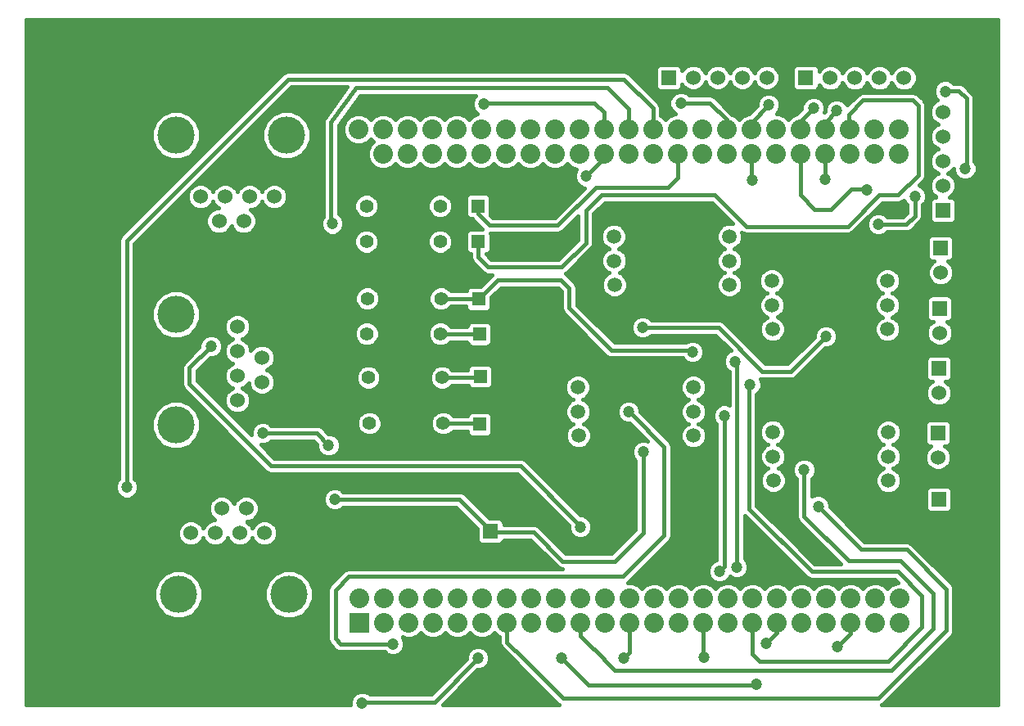
<source format=gtl>
G04 (created by PCBNEW (2013-07-07 BZR 4022)-stable) date 24/03/2015 16:32:38*
%MOIN*%
G04 Gerber Fmt 3.4, Leading zero omitted, Abs format*
%FSLAX34Y34*%
G01*
G70*
G90*
G04 APERTURE LIST*
%ADD10C,0.00590551*%
%ADD11C,0.1516*%
%ADD12C,0.06*%
%ADD13C,0.1*%
%ADD14R,0.06X0.06*%
%ADD15C,0.055*%
%ADD16R,0.055X0.055*%
%ADD17R,0.08X0.08*%
%ADD18C,0.08*%
%ADD19C,0.0590551*%
%ADD20C,0.0472441*%
%ADD21C,0.015748*%
G04 APERTURE END LIST*
G54D10*
G54D11*
X6175Y23295D03*
X10675Y23295D03*
G54D12*
X10175Y20795D03*
X9925Y19795D03*
X9175Y20795D03*
X8925Y19795D03*
X8175Y20795D03*
X7925Y19795D03*
X7175Y20795D03*
G54D13*
X5375Y22095D03*
X11475Y22095D03*
G54D14*
X6925Y19795D03*
G54D11*
X10777Y4594D03*
X6277Y4594D03*
G54D12*
X6777Y7094D03*
X7027Y8094D03*
X7777Y7094D03*
X8027Y8094D03*
X8777Y7094D03*
X9027Y8094D03*
X9777Y7094D03*
G54D13*
X11577Y5794D03*
X5477Y5794D03*
G54D14*
X10027Y8094D03*
G54D11*
X6177Y11494D03*
X6177Y15994D03*
G54D12*
X8677Y15494D03*
X9677Y15244D03*
X8677Y14494D03*
X9677Y14244D03*
X8677Y13494D03*
X9677Y13244D03*
X8677Y12494D03*
G54D13*
X7377Y10694D03*
X7377Y16794D03*
G54D14*
X9677Y12244D03*
G54D15*
X13964Y16649D03*
X16964Y16649D03*
X13944Y15212D03*
X16944Y15212D03*
X14055Y11566D03*
X17055Y11566D03*
X14007Y13421D03*
X17007Y13421D03*
X13929Y18964D03*
X16929Y18964D03*
X13929Y20417D03*
X16929Y20417D03*
G54D16*
X18484Y18968D03*
G54D15*
X21484Y18968D03*
G54D16*
X18476Y20417D03*
G54D15*
X21476Y20417D03*
G54D16*
X18543Y11527D03*
G54D15*
X21543Y11527D03*
G54D16*
X18559Y13468D03*
G54D15*
X21559Y13468D03*
G54D16*
X18496Y16625D03*
G54D15*
X21496Y16625D03*
G54D16*
X18531Y15196D03*
G54D15*
X21531Y15196D03*
G54D17*
X13598Y22543D03*
G54D18*
X13598Y23543D03*
X14598Y22543D03*
X14598Y23543D03*
X15598Y22543D03*
X15598Y23543D03*
X16598Y22543D03*
X16598Y23543D03*
X17598Y22543D03*
X17598Y23543D03*
X18598Y22543D03*
X18598Y23543D03*
X19598Y22543D03*
X19598Y23543D03*
X20598Y22543D03*
X20598Y23543D03*
X21598Y22543D03*
X21598Y23543D03*
X22598Y22543D03*
X22598Y23543D03*
X23598Y22543D03*
X23598Y23543D03*
X24598Y22543D03*
X24598Y23543D03*
X25598Y22543D03*
X25598Y23543D03*
X26598Y22543D03*
X26598Y23543D03*
X27598Y22543D03*
X27598Y23543D03*
X28598Y22543D03*
X28598Y23543D03*
X29598Y22543D03*
X29598Y23543D03*
X30598Y22543D03*
X30598Y23543D03*
X31598Y22543D03*
X31598Y23543D03*
X32598Y22543D03*
X32598Y23543D03*
X33598Y22543D03*
X33598Y23543D03*
X34598Y22543D03*
X34598Y23543D03*
X35598Y22543D03*
X35598Y23543D03*
G54D17*
X13649Y3444D03*
G54D18*
X13649Y4444D03*
X14649Y3444D03*
X14649Y4444D03*
X15649Y3444D03*
X15649Y4444D03*
X16649Y3444D03*
X16649Y4444D03*
X17649Y3444D03*
X17649Y4444D03*
X18649Y3444D03*
X18649Y4444D03*
X19649Y3444D03*
X19649Y4444D03*
X20649Y3444D03*
X20649Y4444D03*
X21649Y3444D03*
X21649Y4444D03*
X22649Y3444D03*
X22649Y4444D03*
X23649Y3444D03*
X23649Y4444D03*
X24649Y3444D03*
X24649Y4444D03*
X25649Y3444D03*
X25649Y4444D03*
X26649Y3444D03*
X26649Y4444D03*
X27649Y3444D03*
X27649Y4444D03*
X28649Y3444D03*
X28649Y4444D03*
X29649Y3444D03*
X29649Y4444D03*
X30649Y3444D03*
X30649Y4444D03*
X31649Y3444D03*
X31649Y4444D03*
X32649Y3444D03*
X32649Y4444D03*
X33649Y3444D03*
X33649Y4444D03*
X34649Y3444D03*
X34649Y4444D03*
X35649Y3444D03*
X35649Y4444D03*
G54D14*
X26232Y25649D03*
G54D12*
X27232Y25649D03*
X28232Y25649D03*
X29232Y25649D03*
X30232Y25649D03*
G54D14*
X37401Y20244D03*
G54D12*
X37401Y21244D03*
X37401Y22244D03*
X37401Y23244D03*
X37401Y24244D03*
G54D14*
X31822Y25629D03*
G54D12*
X32822Y25629D03*
X33822Y25629D03*
X34822Y25629D03*
X35822Y25629D03*
G54D14*
X37204Y11177D03*
G54D12*
X37204Y10177D03*
G54D14*
X37240Y13799D03*
G54D12*
X37240Y12799D03*
G54D14*
X37275Y16251D03*
G54D12*
X37275Y15251D03*
G54D14*
X37311Y18700D03*
G54D12*
X37311Y17700D03*
G54D14*
X37240Y8480D03*
G54D12*
X37240Y7480D03*
G54D14*
X18988Y7161D03*
G54D12*
X17988Y7161D03*
G54D19*
X35155Y14403D03*
X35141Y15394D03*
X35141Y16371D03*
X35141Y17361D03*
X30429Y17365D03*
X30444Y16375D03*
X30459Y15400D03*
X30459Y14419D03*
X28722Y16214D03*
X28708Y17205D03*
X28708Y18182D03*
X28708Y19172D03*
X23996Y19176D03*
X24011Y18186D03*
X24026Y17211D03*
X24026Y16230D03*
X27257Y10064D03*
X27243Y11055D03*
X27243Y12032D03*
X27243Y13022D03*
X22531Y13026D03*
X22546Y12036D03*
X22561Y11061D03*
X22561Y10080D03*
X35190Y8242D03*
X35176Y9233D03*
X35176Y10210D03*
X35176Y11200D03*
X30464Y11204D03*
X30479Y10214D03*
X30494Y9239D03*
X30494Y8258D03*
G54D20*
X25181Y15468D03*
X32649Y15094D03*
X25200Y10393D03*
X9696Y11165D03*
X12389Y10677D03*
X12633Y8468D03*
X13755Y177D03*
X18480Y1996D03*
X21874Y1996D03*
X29795Y944D03*
X33118Y2464D03*
X30204Y2598D03*
X28299Y5535D03*
X28496Y11885D03*
X22866Y21625D03*
X22645Y7350D03*
X7594Y14700D03*
X30311Y24531D03*
X36259Y20814D03*
X34779Y19669D03*
X29649Y21468D03*
X32125Y24409D03*
X34299Y21078D03*
X32590Y21500D03*
X26724Y24606D03*
X27685Y2023D03*
X38318Y21937D03*
X37496Y25086D03*
X33086Y24307D03*
X29015Y5704D03*
X28940Y14086D03*
X18708Y24574D03*
X4169Y8956D03*
X15011Y2574D03*
X24409Y2003D03*
X24602Y12035D03*
X32326Y8185D03*
X31755Y9657D03*
X29551Y13125D03*
X27200Y14476D03*
X12547Y19688D03*
G54D21*
X32649Y15094D02*
X32633Y15094D01*
X26531Y15468D02*
X25181Y15468D01*
X28259Y15468D02*
X26531Y15468D01*
X30051Y13677D02*
X28259Y15468D01*
X31216Y13677D02*
X30051Y13677D01*
X32633Y15094D02*
X31216Y13677D01*
X18929Y7133D02*
X20728Y7133D01*
X25200Y7106D02*
X25200Y10393D01*
X24043Y5948D02*
X25200Y7106D01*
X21913Y5948D02*
X24043Y5948D01*
X20728Y7133D02*
X21913Y5948D01*
X11901Y11165D02*
X9696Y11165D01*
X12389Y10677D02*
X11901Y11165D01*
X18929Y7133D02*
X18929Y7248D01*
X17708Y8468D02*
X12633Y8468D01*
X18929Y7248D02*
X17708Y8468D01*
X33649Y3444D02*
X33649Y2996D01*
X13791Y212D02*
X13755Y177D01*
X16696Y212D02*
X13791Y212D01*
X18480Y1996D02*
X16696Y212D01*
X22960Y909D02*
X21874Y1996D01*
X29759Y909D02*
X22960Y909D01*
X29795Y944D02*
X29759Y909D01*
X33649Y2996D02*
X33118Y2464D01*
X17007Y13421D02*
X18511Y13421D01*
X18511Y13421D02*
X18559Y13468D01*
X18476Y20417D02*
X18476Y20094D01*
X26598Y21574D02*
X26598Y22543D01*
X26192Y21169D02*
X26598Y21574D01*
X23267Y21169D02*
X26192Y21169D01*
X21720Y19622D02*
X23267Y21169D01*
X18948Y19622D02*
X21720Y19622D01*
X18476Y20094D02*
X18948Y19622D01*
X30649Y3444D02*
X30649Y3043D01*
X30649Y3043D02*
X30204Y2598D01*
X18531Y15196D02*
X16960Y15196D01*
X16960Y15196D02*
X16944Y15212D01*
X28299Y5535D02*
X28496Y5732D01*
X28496Y5732D02*
X28496Y11885D01*
X23598Y22358D02*
X23598Y22543D01*
X22866Y21625D02*
X23598Y22358D01*
X22645Y7385D02*
X22645Y7350D01*
X20196Y9834D02*
X22645Y7385D01*
X10043Y9834D02*
X20196Y9834D01*
X6720Y13157D02*
X10043Y9834D01*
X6720Y13826D02*
X6720Y13157D01*
X7594Y14700D02*
X6720Y13826D01*
X29598Y23543D02*
X29598Y23818D01*
X29598Y23818D02*
X30311Y24531D01*
X29598Y22543D02*
X29598Y21519D01*
X36259Y20015D02*
X36259Y20814D01*
X35913Y19669D02*
X36259Y20015D01*
X34779Y19669D02*
X35913Y19669D01*
X29598Y21519D02*
X29649Y21468D01*
X31598Y23881D02*
X32125Y24409D01*
X31598Y23543D02*
X31598Y23881D01*
X34283Y21094D02*
X33818Y21094D01*
X34299Y21078D02*
X34283Y21094D01*
X31598Y22543D02*
X31598Y20858D01*
X33657Y21094D02*
X33818Y21094D01*
X33818Y21094D02*
X34314Y21094D01*
X32846Y20283D02*
X33657Y21094D01*
X32173Y20283D02*
X32846Y20283D01*
X31598Y20858D02*
X32173Y20283D01*
X32590Y21500D02*
X32598Y21507D01*
X32598Y22543D02*
X32598Y21507D01*
X28598Y23543D02*
X28598Y23929D01*
X27921Y24606D02*
X26724Y24606D01*
X28598Y23929D02*
X27921Y24606D01*
X27649Y2059D02*
X27649Y3444D01*
X27685Y2023D02*
X27649Y2059D01*
X32598Y23543D02*
X32598Y23818D01*
X38366Y21984D02*
X38318Y21937D01*
X38366Y24787D02*
X38366Y21984D01*
X38055Y25098D02*
X38366Y24787D01*
X37507Y25098D02*
X38055Y25098D01*
X37496Y25086D02*
X37507Y25098D01*
X32598Y23818D02*
X33086Y24307D01*
X29015Y12704D02*
X29015Y14011D01*
X29015Y12704D02*
X29015Y5704D01*
X29015Y14011D02*
X28940Y14086D01*
X23598Y24240D02*
X23598Y23543D01*
X23220Y24618D02*
X23598Y24240D01*
X18751Y24618D02*
X23220Y24618D01*
X18708Y24574D02*
X18751Y24618D01*
X25598Y23543D02*
X25598Y24409D01*
X4169Y19015D02*
X4169Y8956D01*
X10740Y25586D02*
X4169Y19015D01*
X24421Y25586D02*
X10740Y25586D01*
X25598Y24409D02*
X24421Y25586D01*
X24732Y11925D02*
X24712Y11925D01*
X15011Y2574D02*
X14586Y2574D01*
X26055Y10602D02*
X24732Y11925D01*
X26055Y6992D02*
X26055Y10602D01*
X24385Y5322D02*
X26055Y6992D01*
X13208Y5322D02*
X24385Y5322D01*
X12657Y4771D02*
X13208Y5322D01*
X12657Y2795D02*
X12657Y4771D01*
X12877Y2574D02*
X12657Y2795D01*
X14586Y2574D02*
X12877Y2574D01*
X24649Y2244D02*
X24409Y2003D01*
X24649Y3444D02*
X24649Y2244D01*
X24712Y11925D02*
X24602Y12035D01*
X21929Y362D02*
X34759Y362D01*
X20291Y2000D02*
X20291Y2003D01*
X34086Y6425D02*
X32326Y8185D01*
X35933Y6425D02*
X34086Y6425D01*
X37539Y4818D02*
X35933Y6425D01*
X37539Y3141D02*
X37539Y4818D01*
X34759Y362D02*
X37539Y3141D01*
X20291Y2000D02*
X21929Y362D01*
X19649Y2645D02*
X19649Y3444D01*
X20291Y2003D02*
X19649Y2645D01*
X23196Y2354D02*
X23188Y2354D01*
X22649Y3444D02*
X22649Y2893D01*
X23196Y2354D02*
X24051Y1500D01*
X24051Y1500D02*
X35303Y1500D01*
X35303Y1500D02*
X37011Y3208D01*
X37011Y3208D02*
X37011Y4622D01*
X37011Y4622D02*
X35673Y5960D01*
X35673Y5960D02*
X33559Y5960D01*
X33559Y5960D02*
X31755Y7763D01*
X31755Y7763D02*
X31755Y9657D01*
X23188Y2354D02*
X22649Y2893D01*
X23500Y20854D02*
X28122Y20854D01*
X33559Y24137D02*
X33559Y23582D01*
X34149Y24728D02*
X33559Y24137D01*
X36177Y24728D02*
X34149Y24728D01*
X36405Y24500D02*
X36177Y24728D01*
X36405Y21677D02*
X36405Y24500D01*
X35582Y20854D02*
X36405Y21677D01*
X22866Y20220D02*
X23500Y20854D01*
X22866Y18917D02*
X22866Y20220D01*
X21877Y17929D02*
X22866Y18917D01*
X18881Y17929D02*
X21877Y17929D01*
X18484Y18326D02*
X18881Y17929D01*
X18484Y18968D02*
X18484Y18326D01*
X33559Y23582D02*
X33598Y23543D01*
X34799Y20854D02*
X35582Y20854D01*
X33523Y19578D02*
X34799Y20854D01*
X29397Y19578D02*
X33523Y19578D01*
X28122Y20854D02*
X29397Y19578D01*
X29649Y3444D02*
X29649Y2157D01*
X29503Y13078D02*
X29551Y13125D01*
X27200Y14476D02*
X27137Y14539D01*
X27137Y14539D02*
X23901Y14539D01*
X23901Y14539D02*
X22185Y16255D01*
X22185Y16255D02*
X22185Y17070D01*
X22185Y17070D02*
X21854Y17401D01*
X21854Y17401D02*
X19271Y17401D01*
X19271Y17401D02*
X18496Y16625D01*
X29503Y8086D02*
X29503Y11165D01*
X32059Y5531D02*
X29503Y8086D01*
X35570Y5531D02*
X32059Y5531D01*
X36551Y4551D02*
X35570Y5531D01*
X36551Y3255D02*
X36551Y4551D01*
X35165Y1870D02*
X36551Y3255D01*
X30775Y1870D02*
X35165Y1870D01*
X29503Y11165D02*
X29503Y13078D01*
X29937Y1870D02*
X30775Y1870D01*
X29649Y2157D02*
X29937Y1870D01*
X16964Y16649D02*
X18472Y16649D01*
X18472Y16649D02*
X18496Y16625D01*
X17055Y11566D02*
X18503Y11566D01*
X18503Y11566D02*
X18543Y11527D01*
X24598Y24381D02*
X24598Y23543D01*
X23724Y25232D02*
X24598Y24381D01*
X13515Y25233D02*
X23724Y25232D01*
X12480Y23822D02*
X13515Y25233D01*
X12480Y19755D02*
X12480Y23822D01*
X12547Y19688D02*
X12480Y19755D01*
G54D10*
G36*
X22551Y19047D02*
X21747Y18244D01*
X19012Y18244D01*
X18799Y18457D01*
X18799Y18457D01*
X18806Y18457D01*
X18892Y18493D01*
X18959Y18559D01*
X18995Y18646D01*
X18995Y18740D01*
X18995Y19290D01*
X18988Y19307D01*
X21720Y19307D01*
X21720Y19307D01*
X21841Y19331D01*
X21943Y19399D01*
X22551Y20007D01*
X22551Y19047D01*
X22551Y19047D01*
G37*
G54D21*
X22551Y19047D02*
X21747Y18244D01*
X19012Y18244D01*
X18799Y18457D01*
X18799Y18457D01*
X18806Y18457D01*
X18892Y18493D01*
X18959Y18559D01*
X18995Y18646D01*
X18995Y18740D01*
X18995Y19290D01*
X18988Y19307D01*
X21720Y19307D01*
X21720Y19307D01*
X21841Y19331D01*
X21943Y19399D01*
X22551Y20007D01*
X22551Y19047D01*
G54D10*
G36*
X39641Y94D02*
X38791Y94D01*
X38791Y22030D01*
X38719Y22204D01*
X38681Y22242D01*
X38681Y24787D01*
X38681Y24787D01*
X38657Y24907D01*
X38588Y25010D01*
X38588Y25010D01*
X38277Y25321D01*
X38175Y25389D01*
X38055Y25413D01*
X37837Y25413D01*
X37764Y25486D01*
X37590Y25558D01*
X37402Y25559D01*
X37228Y25487D01*
X37095Y25354D01*
X37023Y25181D01*
X37023Y24993D01*
X37095Y24819D01*
X37181Y24733D01*
X37098Y24698D01*
X36947Y24548D01*
X36865Y24351D01*
X36865Y24137D01*
X36946Y23940D01*
X37097Y23789D01*
X37207Y23744D01*
X37098Y23698D01*
X36947Y23548D01*
X36865Y23351D01*
X36865Y23137D01*
X36946Y22940D01*
X37097Y22789D01*
X37207Y22744D01*
X37098Y22698D01*
X36947Y22548D01*
X36865Y22351D01*
X36865Y22137D01*
X36946Y21940D01*
X37097Y21789D01*
X37207Y21744D01*
X37098Y21698D01*
X36947Y21548D01*
X36865Y21351D01*
X36865Y21137D01*
X36946Y20940D01*
X37097Y20789D01*
X37120Y20780D01*
X37054Y20780D01*
X36967Y20744D01*
X36901Y20678D01*
X36865Y20591D01*
X36865Y20497D01*
X36865Y19897D01*
X36901Y19810D01*
X36967Y19743D01*
X37054Y19707D01*
X37148Y19707D01*
X37748Y19707D01*
X37835Y19743D01*
X37901Y19810D01*
X37937Y19896D01*
X37937Y19990D01*
X37937Y20590D01*
X37901Y20677D01*
X37835Y20744D01*
X37748Y20780D01*
X37683Y20780D01*
X37704Y20789D01*
X37855Y20939D01*
X37937Y21136D01*
X37937Y21350D01*
X37856Y21547D01*
X37705Y21698D01*
X37595Y21744D01*
X37704Y21789D01*
X37846Y21930D01*
X37846Y21843D01*
X37918Y21669D01*
X38050Y21536D01*
X38224Y21464D01*
X38412Y21464D01*
X38586Y21536D01*
X38719Y21669D01*
X38791Y21842D01*
X38791Y22030D01*
X38791Y94D01*
X34915Y94D01*
X34982Y139D01*
X37762Y2919D01*
X37762Y2919D01*
X37830Y3021D01*
X37854Y3141D01*
X37854Y3141D01*
X37854Y4818D01*
X37847Y4854D01*
X37847Y17806D01*
X37765Y18004D01*
X37615Y18155D01*
X37592Y18164D01*
X37657Y18164D01*
X37744Y18200D01*
X37811Y18266D01*
X37847Y18353D01*
X37847Y18447D01*
X37847Y19047D01*
X37811Y19134D01*
X37745Y19200D01*
X37658Y19236D01*
X37564Y19237D01*
X36964Y19237D01*
X36877Y19201D01*
X36810Y19134D01*
X36774Y19047D01*
X36774Y18954D01*
X36774Y18354D01*
X36810Y18267D01*
X36877Y18200D01*
X36963Y18164D01*
X37029Y18164D01*
X37007Y18155D01*
X36856Y18004D01*
X36774Y17807D01*
X36774Y17594D01*
X36856Y17397D01*
X37006Y17246D01*
X37203Y17164D01*
X37417Y17164D01*
X37614Y17245D01*
X37765Y17396D01*
X37847Y17593D01*
X37847Y17806D01*
X37847Y4854D01*
X37830Y4939D01*
X37811Y4967D01*
X37811Y15358D01*
X37730Y15555D01*
X37579Y15706D01*
X37557Y15715D01*
X37622Y15715D01*
X37709Y15751D01*
X37775Y15817D01*
X37811Y15904D01*
X37811Y15998D01*
X37811Y16598D01*
X37775Y16685D01*
X37709Y16752D01*
X37622Y16788D01*
X37528Y16788D01*
X36928Y16788D01*
X36841Y16752D01*
X36775Y16685D01*
X36739Y16599D01*
X36739Y16505D01*
X36739Y15905D01*
X36775Y15818D01*
X36841Y15751D01*
X36928Y15715D01*
X36993Y15715D01*
X36972Y15706D01*
X36821Y15556D01*
X36739Y15359D01*
X36739Y15145D01*
X36820Y14948D01*
X36971Y14797D01*
X37168Y14715D01*
X37381Y14715D01*
X37578Y14797D01*
X37729Y14947D01*
X37811Y15144D01*
X37811Y15358D01*
X37811Y4967D01*
X37776Y5020D01*
X37776Y12905D01*
X37695Y13102D01*
X37544Y13253D01*
X37521Y13262D01*
X37586Y13262D01*
X37673Y13298D01*
X37740Y13365D01*
X37776Y13452D01*
X37776Y13545D01*
X37776Y14145D01*
X37740Y14232D01*
X37674Y14299D01*
X37587Y14335D01*
X37493Y14335D01*
X36893Y14335D01*
X36806Y14299D01*
X36740Y14233D01*
X36732Y14214D01*
X36732Y20908D01*
X36660Y21082D01*
X36527Y21215D01*
X36429Y21255D01*
X36628Y21454D01*
X36628Y21454D01*
X36696Y21556D01*
X36720Y21677D01*
X36720Y21677D01*
X36720Y24500D01*
X36720Y24500D01*
X36696Y24620D01*
X36655Y24681D01*
X36628Y24722D01*
X36628Y24722D01*
X36399Y24951D01*
X36359Y24978D01*
X36359Y25736D01*
X36277Y25933D01*
X36126Y26084D01*
X35929Y26166D01*
X35716Y26166D01*
X35519Y26084D01*
X35368Y25934D01*
X35322Y25824D01*
X35277Y25933D01*
X35126Y26084D01*
X34929Y26166D01*
X34716Y26166D01*
X34519Y26084D01*
X34368Y25934D01*
X34322Y25824D01*
X34277Y25933D01*
X34126Y26084D01*
X33929Y26166D01*
X33716Y26166D01*
X33519Y26084D01*
X33368Y25934D01*
X33322Y25824D01*
X33277Y25933D01*
X33126Y26084D01*
X32929Y26166D01*
X32716Y26166D01*
X32519Y26084D01*
X32368Y25934D01*
X32359Y25911D01*
X32359Y25976D01*
X32323Y26063D01*
X32256Y26130D01*
X32170Y26166D01*
X32076Y26166D01*
X31476Y26166D01*
X31389Y26130D01*
X31322Y26063D01*
X31286Y25977D01*
X31286Y25883D01*
X31286Y25283D01*
X31322Y25196D01*
X31388Y25129D01*
X31475Y25093D01*
X31569Y25093D01*
X32169Y25093D01*
X32256Y25129D01*
X32322Y25195D01*
X32359Y25282D01*
X32359Y25348D01*
X32367Y25326D01*
X32518Y25175D01*
X32715Y25093D01*
X32929Y25093D01*
X33126Y25175D01*
X33277Y25325D01*
X33322Y25435D01*
X33367Y25326D01*
X33518Y25175D01*
X33715Y25093D01*
X33929Y25093D01*
X34126Y25175D01*
X34277Y25325D01*
X34322Y25435D01*
X34367Y25326D01*
X34518Y25175D01*
X34715Y25093D01*
X34929Y25093D01*
X35126Y25175D01*
X35277Y25325D01*
X35322Y25435D01*
X35367Y25326D01*
X35518Y25175D01*
X35715Y25093D01*
X35929Y25093D01*
X36126Y25175D01*
X36277Y25325D01*
X36358Y25522D01*
X36359Y25736D01*
X36359Y24978D01*
X36297Y25019D01*
X36177Y25043D01*
X34149Y25043D01*
X34029Y25019D01*
X33926Y24951D01*
X33505Y24529D01*
X33487Y24574D01*
X33354Y24707D01*
X33181Y24779D01*
X32993Y24779D01*
X32819Y24707D01*
X32686Y24575D01*
X32614Y24401D01*
X32614Y24280D01*
X32562Y24228D01*
X32598Y24315D01*
X32598Y24503D01*
X32526Y24676D01*
X32393Y24809D01*
X32220Y24881D01*
X32032Y24881D01*
X31858Y24810D01*
X31725Y24677D01*
X31653Y24503D01*
X31653Y24382D01*
X31435Y24164D01*
X31238Y24082D01*
X31098Y23943D01*
X30959Y24082D01*
X30725Y24179D01*
X30627Y24179D01*
X30711Y24263D01*
X30783Y24437D01*
X30783Y24625D01*
X30768Y24661D01*
X30768Y25755D01*
X30687Y25952D01*
X30536Y26103D01*
X30339Y26185D01*
X30126Y26185D01*
X29928Y26104D01*
X29777Y25953D01*
X29732Y25843D01*
X29687Y25952D01*
X29536Y26103D01*
X29339Y26185D01*
X29126Y26185D01*
X28928Y26104D01*
X28777Y25953D01*
X28732Y25843D01*
X28687Y25952D01*
X28536Y26103D01*
X28339Y26185D01*
X28126Y26185D01*
X27928Y26104D01*
X27777Y25953D01*
X27732Y25843D01*
X27687Y25952D01*
X27536Y26103D01*
X27339Y26185D01*
X27126Y26185D01*
X26928Y26104D01*
X26777Y25953D01*
X26768Y25931D01*
X26768Y25996D01*
X26732Y26083D01*
X26666Y26149D01*
X26579Y26185D01*
X26485Y26185D01*
X25885Y26185D01*
X25798Y26149D01*
X25732Y26083D01*
X25696Y25996D01*
X25696Y25902D01*
X25696Y25302D01*
X25731Y25215D01*
X25798Y25149D01*
X25885Y25113D01*
X25979Y25113D01*
X26579Y25113D01*
X26665Y25149D01*
X26732Y25215D01*
X26768Y25302D01*
X26768Y25367D01*
X26777Y25346D01*
X26928Y25195D01*
X27125Y25113D01*
X27338Y25113D01*
X27535Y25194D01*
X27686Y25345D01*
X27732Y25455D01*
X27777Y25346D01*
X27928Y25195D01*
X28125Y25113D01*
X28338Y25113D01*
X28535Y25194D01*
X28686Y25345D01*
X28732Y25455D01*
X28777Y25346D01*
X28928Y25195D01*
X29125Y25113D01*
X29338Y25113D01*
X29535Y25194D01*
X29686Y25345D01*
X29732Y25455D01*
X29777Y25346D01*
X29928Y25195D01*
X30125Y25113D01*
X30338Y25113D01*
X30535Y25194D01*
X30686Y25345D01*
X30768Y25542D01*
X30768Y25755D01*
X30768Y24661D01*
X30711Y24798D01*
X30578Y24931D01*
X30405Y25003D01*
X30217Y25004D01*
X30043Y24932D01*
X29910Y24799D01*
X29838Y24625D01*
X29838Y24504D01*
X29513Y24179D01*
X29472Y24179D01*
X29238Y24082D01*
X29098Y23943D01*
X28959Y24082D01*
X28832Y24135D01*
X28821Y24151D01*
X28821Y24151D01*
X28143Y24829D01*
X28041Y24897D01*
X27921Y24921D01*
X27077Y24921D01*
X26992Y25006D01*
X26818Y25078D01*
X26630Y25078D01*
X26457Y25007D01*
X26324Y24874D01*
X26252Y24700D01*
X26251Y24512D01*
X26323Y24339D01*
X26456Y24206D01*
X26520Y24179D01*
X26472Y24179D01*
X26238Y24082D01*
X26098Y23943D01*
X25959Y24082D01*
X25913Y24101D01*
X25913Y24409D01*
X25889Y24529D01*
X25821Y24632D01*
X25821Y24632D01*
X24643Y25809D01*
X24541Y25877D01*
X24421Y25901D01*
X10740Y25901D01*
X10619Y25877D01*
X10517Y25809D01*
X7169Y22461D01*
X7169Y23492D01*
X7018Y23857D01*
X6739Y24137D01*
X6373Y24289D01*
X5978Y24289D01*
X5612Y24138D01*
X5332Y23859D01*
X5181Y23493D01*
X5180Y23098D01*
X5331Y22732D01*
X5611Y22452D01*
X5976Y22301D01*
X6372Y22300D01*
X6737Y22451D01*
X7017Y22731D01*
X7169Y23096D01*
X7169Y23492D01*
X7169Y22461D01*
X3946Y19238D01*
X3878Y19136D01*
X3854Y19015D01*
X3854Y9309D01*
X3769Y9224D01*
X3696Y9051D01*
X3696Y8863D01*
X3768Y8689D01*
X3901Y8556D01*
X4074Y8484D01*
X4262Y8484D01*
X4436Y8555D01*
X4569Y8688D01*
X4641Y8862D01*
X4641Y9050D01*
X4570Y9223D01*
X4484Y9309D01*
X4484Y18885D01*
X10870Y25271D01*
X13153Y25271D01*
X12226Y24009D01*
X12210Y23974D01*
X12189Y23943D01*
X12184Y23919D01*
X12174Y23897D01*
X12172Y23860D01*
X12165Y23822D01*
X12165Y19975D01*
X12146Y19956D01*
X12074Y19783D01*
X12074Y19595D01*
X12146Y19421D01*
X12279Y19288D01*
X12452Y19216D01*
X12640Y19216D01*
X12814Y19288D01*
X12947Y19421D01*
X13019Y19594D01*
X13019Y19782D01*
X12947Y19956D01*
X12815Y20089D01*
X12795Y20097D01*
X12795Y23719D01*
X13676Y24919D01*
X18384Y24919D01*
X18308Y24842D01*
X18236Y24669D01*
X18236Y24481D01*
X18307Y24307D01*
X18440Y24174D01*
X18450Y24170D01*
X18238Y24082D01*
X18098Y23943D01*
X17959Y24082D01*
X17725Y24179D01*
X17472Y24179D01*
X17238Y24082D01*
X17098Y23943D01*
X16959Y24082D01*
X16725Y24179D01*
X16472Y24179D01*
X16238Y24082D01*
X16098Y23943D01*
X15959Y24082D01*
X15725Y24179D01*
X15472Y24179D01*
X15238Y24082D01*
X15098Y23943D01*
X14959Y24082D01*
X14725Y24179D01*
X14472Y24179D01*
X14238Y24082D01*
X14098Y23943D01*
X13959Y24082D01*
X13725Y24179D01*
X13472Y24179D01*
X13238Y24082D01*
X13059Y23904D01*
X12962Y23670D01*
X12962Y23417D01*
X13058Y23183D01*
X13237Y23004D01*
X13471Y22907D01*
X13724Y22906D01*
X13958Y23003D01*
X14098Y23143D01*
X14198Y23043D01*
X14059Y22904D01*
X13962Y22670D01*
X13962Y22417D01*
X14058Y22183D01*
X14237Y22004D01*
X14471Y21907D01*
X14724Y21906D01*
X14958Y22003D01*
X15098Y22143D01*
X15237Y22004D01*
X15471Y21907D01*
X15724Y21906D01*
X15958Y22003D01*
X16098Y22143D01*
X16237Y22004D01*
X16471Y21907D01*
X16724Y21906D01*
X16958Y22003D01*
X17098Y22143D01*
X17237Y22004D01*
X17471Y21907D01*
X17724Y21906D01*
X17958Y22003D01*
X18098Y22143D01*
X18237Y22004D01*
X18471Y21907D01*
X18724Y21906D01*
X18958Y22003D01*
X19098Y22143D01*
X19237Y22004D01*
X19471Y21907D01*
X19724Y21906D01*
X19958Y22003D01*
X20098Y22143D01*
X20237Y22004D01*
X20471Y21907D01*
X20724Y21906D01*
X20958Y22003D01*
X21098Y22143D01*
X21237Y22004D01*
X21471Y21907D01*
X21724Y21906D01*
X21958Y22003D01*
X22098Y22143D01*
X22237Y22004D01*
X22471Y21907D01*
X22479Y21907D01*
X22465Y21893D01*
X22393Y21720D01*
X22393Y21532D01*
X22465Y21358D01*
X22598Y21225D01*
X22771Y21153D01*
X22806Y21153D01*
X21590Y19937D01*
X19079Y19937D01*
X18968Y20048D01*
X18987Y20095D01*
X18987Y20189D01*
X18987Y20739D01*
X18951Y20825D01*
X18885Y20892D01*
X18798Y20928D01*
X18704Y20928D01*
X18154Y20928D01*
X18067Y20892D01*
X18001Y20826D01*
X17965Y20739D01*
X17965Y20645D01*
X17965Y20095D01*
X18001Y20008D01*
X18067Y19942D01*
X18154Y19906D01*
X18230Y19906D01*
X18253Y19871D01*
X18645Y19479D01*
X18162Y19479D01*
X18075Y19443D01*
X18009Y19377D01*
X17973Y19290D01*
X17972Y19196D01*
X17972Y18646D01*
X18008Y18559D01*
X18075Y18493D01*
X18162Y18457D01*
X18169Y18457D01*
X18169Y18326D01*
X18193Y18206D01*
X18261Y18104D01*
X18659Y17706D01*
X18659Y17706D01*
X18761Y17638D01*
X18881Y17614D01*
X19038Y17614D01*
X18561Y17137D01*
X18174Y17137D01*
X18087Y17101D01*
X18020Y17034D01*
X17991Y16964D01*
X17440Y16964D01*
X17440Y19065D01*
X17440Y20518D01*
X17362Y20706D01*
X17219Y20850D01*
X17031Y20928D01*
X16827Y20928D01*
X16639Y20850D01*
X16495Y20707D01*
X16418Y20519D01*
X16417Y20316D01*
X16495Y20128D01*
X16639Y19984D01*
X16826Y19906D01*
X17030Y19906D01*
X17218Y19983D01*
X17362Y20127D01*
X17440Y20315D01*
X17440Y20518D01*
X17440Y19065D01*
X17362Y19253D01*
X17219Y19397D01*
X17031Y19475D01*
X16827Y19475D01*
X16639Y19398D01*
X16495Y19254D01*
X16418Y19066D01*
X16417Y18863D01*
X16495Y18675D01*
X16639Y18531D01*
X16826Y18453D01*
X17030Y18453D01*
X17218Y18530D01*
X17362Y18674D01*
X17440Y18862D01*
X17440Y19065D01*
X17440Y16964D01*
X17372Y16964D01*
X17254Y17082D01*
X17066Y17160D01*
X16863Y17160D01*
X16675Y17083D01*
X16531Y16939D01*
X16453Y16751D01*
X16453Y16548D01*
X16530Y16360D01*
X16674Y16216D01*
X16862Y16138D01*
X17065Y16138D01*
X17253Y16215D01*
X17372Y16334D01*
X17984Y16334D01*
X17984Y16304D01*
X18020Y16217D01*
X18087Y16150D01*
X18173Y16114D01*
X18267Y16114D01*
X18817Y16114D01*
X18904Y16150D01*
X18971Y16217D01*
X19007Y16303D01*
X19007Y16397D01*
X19007Y16691D01*
X19402Y17086D01*
X21723Y17086D01*
X21870Y16940D01*
X21870Y16255D01*
X21894Y16135D01*
X21962Y16033D01*
X23678Y14316D01*
X23678Y14316D01*
X23781Y14248D01*
X23901Y14224D01*
X26793Y14224D01*
X26800Y14209D01*
X26932Y14076D01*
X27106Y14004D01*
X27294Y14003D01*
X27468Y14075D01*
X27601Y14208D01*
X27673Y14381D01*
X27673Y14569D01*
X27601Y14743D01*
X27468Y14876D01*
X27295Y14948D01*
X27107Y14948D01*
X26933Y14877D01*
X26910Y14854D01*
X24557Y14854D01*
X24557Y17316D01*
X24477Y17512D01*
X24327Y17661D01*
X24230Y17702D01*
X24311Y17735D01*
X24461Y17885D01*
X24542Y18080D01*
X24542Y18291D01*
X24462Y18487D01*
X24312Y18636D01*
X24197Y18684D01*
X24296Y18725D01*
X24446Y18875D01*
X24527Y19070D01*
X24527Y19281D01*
X24447Y19477D01*
X24297Y19626D01*
X24102Y19707D01*
X23891Y19708D01*
X23695Y19627D01*
X23545Y19477D01*
X23464Y19282D01*
X23464Y19071D01*
X23545Y18875D01*
X23694Y18726D01*
X23809Y18678D01*
X23710Y18637D01*
X23560Y18487D01*
X23479Y18292D01*
X23479Y18081D01*
X23560Y17885D01*
X23709Y17736D01*
X23806Y17695D01*
X23725Y17662D01*
X23575Y17512D01*
X23494Y17317D01*
X23494Y17106D01*
X23575Y16910D01*
X23724Y16761D01*
X23920Y16680D01*
X24131Y16679D01*
X24326Y16760D01*
X24476Y16910D01*
X24557Y17105D01*
X24557Y17316D01*
X24557Y14854D01*
X24032Y14854D01*
X22500Y16386D01*
X22500Y17070D01*
X22476Y17191D01*
X22407Y17293D01*
X22407Y17293D01*
X22077Y17624D01*
X22027Y17657D01*
X22100Y17706D01*
X23088Y18694D01*
X23157Y18796D01*
X23181Y18917D01*
X23181Y18917D01*
X23181Y20090D01*
X23630Y20539D01*
X27991Y20539D01*
X28835Y19695D01*
X28814Y19703D01*
X28603Y19704D01*
X28407Y19623D01*
X28257Y19473D01*
X28176Y19278D01*
X28176Y19067D01*
X28257Y18871D01*
X28406Y18722D01*
X28514Y18677D01*
X28407Y18633D01*
X28257Y18483D01*
X28176Y18288D01*
X28176Y18077D01*
X28257Y17881D01*
X28406Y17732D01*
X28498Y17694D01*
X28407Y17656D01*
X28257Y17506D01*
X28176Y17311D01*
X28176Y17100D01*
X28257Y16904D01*
X28406Y16755D01*
X28602Y16674D01*
X28813Y16673D01*
X29008Y16754D01*
X29158Y16904D01*
X29239Y17099D01*
X29239Y17310D01*
X29159Y17506D01*
X29009Y17655D01*
X28917Y17694D01*
X29008Y17731D01*
X29158Y17881D01*
X29239Y18076D01*
X29239Y18287D01*
X29159Y18483D01*
X29009Y18632D01*
X28902Y18677D01*
X29008Y18721D01*
X29158Y18871D01*
X29239Y19066D01*
X29239Y19277D01*
X29219Y19325D01*
X29277Y19287D01*
X29397Y19263D01*
X29397Y19263D01*
X33523Y19263D01*
X33523Y19263D01*
X33644Y19287D01*
X33746Y19356D01*
X34929Y20539D01*
X35582Y20539D01*
X35582Y20539D01*
X35703Y20563D01*
X35805Y20631D01*
X35818Y20645D01*
X35859Y20547D01*
X35944Y20461D01*
X35944Y20146D01*
X35782Y19984D01*
X35132Y19984D01*
X35047Y20069D01*
X34873Y20141D01*
X34685Y20141D01*
X34512Y20070D01*
X34379Y19937D01*
X34307Y19763D01*
X34307Y19575D01*
X34378Y19402D01*
X34511Y19269D01*
X34685Y19196D01*
X34873Y19196D01*
X35046Y19268D01*
X35132Y19354D01*
X35913Y19354D01*
X35913Y19354D01*
X36033Y19378D01*
X36136Y19446D01*
X36482Y19793D01*
X36482Y19793D01*
X36509Y19833D01*
X36550Y19895D01*
X36550Y19895D01*
X36574Y20015D01*
X36574Y20015D01*
X36574Y20461D01*
X36660Y20546D01*
X36732Y20720D01*
X36732Y20908D01*
X36732Y14214D01*
X36703Y14146D01*
X36703Y14052D01*
X36703Y13452D01*
X36739Y13365D01*
X36806Y13299D01*
X36892Y13263D01*
X36958Y13262D01*
X36936Y13254D01*
X36785Y13103D01*
X36704Y12906D01*
X36703Y12693D01*
X36785Y12495D01*
X36936Y12344D01*
X37133Y12263D01*
X37346Y12262D01*
X37543Y12344D01*
X37694Y12495D01*
X37776Y12692D01*
X37776Y12905D01*
X37776Y5020D01*
X37776Y5020D01*
X37776Y8227D01*
X37776Y8827D01*
X37741Y8912D01*
X37741Y10283D01*
X37659Y10480D01*
X37508Y10631D01*
X37486Y10640D01*
X37551Y10640D01*
X37638Y10676D01*
X37704Y10743D01*
X37740Y10829D01*
X37740Y10923D01*
X37740Y11523D01*
X37705Y11610D01*
X37638Y11677D01*
X37551Y11713D01*
X37457Y11713D01*
X36857Y11713D01*
X36771Y11677D01*
X36704Y11611D01*
X36668Y11524D01*
X36668Y11430D01*
X36668Y10830D01*
X36704Y10743D01*
X36770Y10677D01*
X36857Y10640D01*
X36922Y10640D01*
X36901Y10632D01*
X36750Y10481D01*
X36668Y10284D01*
X36668Y10070D01*
X36749Y9873D01*
X36900Y9722D01*
X37097Y9641D01*
X37310Y9640D01*
X37508Y9722D01*
X37659Y9873D01*
X37740Y10070D01*
X37741Y10283D01*
X37741Y8912D01*
X37740Y8913D01*
X37674Y8980D01*
X37587Y9016D01*
X37493Y9016D01*
X36893Y9016D01*
X36806Y8980D01*
X36740Y8914D01*
X36703Y8827D01*
X36703Y8733D01*
X36703Y8133D01*
X36739Y8046D01*
X36806Y7980D01*
X36892Y7944D01*
X36986Y7944D01*
X37586Y7944D01*
X37673Y7979D01*
X37740Y8046D01*
X37776Y8133D01*
X37776Y8227D01*
X37776Y5020D01*
X37762Y5041D01*
X37762Y5041D01*
X36155Y6647D01*
X36053Y6716D01*
X35933Y6740D01*
X35708Y6740D01*
X35708Y9338D01*
X35627Y9533D01*
X35478Y9683D01*
X35386Y9721D01*
X35477Y9759D01*
X35627Y9908D01*
X35708Y10103D01*
X35708Y10315D01*
X35627Y10510D01*
X35478Y10660D01*
X35370Y10705D01*
X35477Y10749D01*
X35627Y10898D01*
X35708Y11093D01*
X35708Y11305D01*
X35672Y11391D01*
X35672Y15499D01*
X35592Y15695D01*
X35442Y15844D01*
X35350Y15883D01*
X35442Y15920D01*
X35591Y16070D01*
X35672Y16265D01*
X35672Y16476D01*
X35592Y16672D01*
X35442Y16821D01*
X35335Y16866D01*
X35442Y16910D01*
X35591Y17060D01*
X35672Y17255D01*
X35672Y17466D01*
X35592Y17662D01*
X35442Y17811D01*
X35247Y17892D01*
X35036Y17893D01*
X34840Y17812D01*
X34691Y17662D01*
X34609Y17467D01*
X34609Y17256D01*
X34690Y17060D01*
X34839Y16911D01*
X34947Y16866D01*
X34840Y16822D01*
X34691Y16672D01*
X34609Y16477D01*
X34609Y16266D01*
X34690Y16070D01*
X34839Y15921D01*
X34931Y15883D01*
X34840Y15845D01*
X34691Y15695D01*
X34609Y15500D01*
X34609Y15289D01*
X34690Y15093D01*
X34839Y14944D01*
X35035Y14863D01*
X35246Y14862D01*
X35442Y14943D01*
X35591Y15093D01*
X35672Y15288D01*
X35672Y15499D01*
X35672Y11391D01*
X35627Y11500D01*
X35478Y11650D01*
X35282Y11731D01*
X35071Y11731D01*
X34876Y11650D01*
X34726Y11501D01*
X34645Y11306D01*
X34645Y11094D01*
X34725Y10899D01*
X34875Y10749D01*
X34982Y10705D01*
X34876Y10660D01*
X34726Y10511D01*
X34645Y10316D01*
X34645Y10104D01*
X34725Y9909D01*
X34875Y9759D01*
X34967Y9721D01*
X34876Y9683D01*
X34726Y9534D01*
X34645Y9339D01*
X34645Y9127D01*
X34725Y8932D01*
X34875Y8782D01*
X35070Y8701D01*
X35282Y8701D01*
X35477Y8782D01*
X35627Y8931D01*
X35708Y9126D01*
X35708Y9338D01*
X35708Y6740D01*
X34217Y6740D01*
X32799Y8158D01*
X32799Y8278D01*
X32727Y8452D01*
X32594Y8585D01*
X32421Y8657D01*
X32233Y8657D01*
X32070Y8590D01*
X32070Y9304D01*
X32156Y9389D01*
X32228Y9563D01*
X32228Y9751D01*
X32156Y9924D01*
X32023Y10057D01*
X31850Y10129D01*
X31662Y10130D01*
X31488Y10058D01*
X31355Y9925D01*
X31283Y9751D01*
X31283Y9563D01*
X31355Y9390D01*
X31440Y9304D01*
X31440Y7763D01*
X31464Y7643D01*
X31533Y7541D01*
X33227Y5846D01*
X32189Y5846D01*
X31026Y7009D01*
X31026Y9344D01*
X30945Y9539D01*
X30796Y9689D01*
X30699Y9729D01*
X30780Y9763D01*
X30930Y9912D01*
X31011Y10107D01*
X31011Y10319D01*
X30930Y10514D01*
X30781Y10664D01*
X30666Y10712D01*
X30765Y10753D01*
X30915Y10902D01*
X30996Y11097D01*
X30996Y11309D01*
X30915Y11504D01*
X30766Y11654D01*
X30570Y11735D01*
X30359Y11735D01*
X30164Y11654D01*
X30014Y11505D01*
X29933Y11310D01*
X29933Y11098D01*
X30013Y10903D01*
X30163Y10753D01*
X30278Y10705D01*
X30179Y10664D01*
X30029Y10515D01*
X29948Y10320D01*
X29948Y10108D01*
X30028Y9913D01*
X30178Y9763D01*
X30275Y9723D01*
X30194Y9689D01*
X30044Y9540D01*
X29963Y9345D01*
X29963Y9133D01*
X30043Y8938D01*
X30193Y8788D01*
X30388Y8707D01*
X30600Y8707D01*
X30795Y8788D01*
X30945Y8937D01*
X31026Y9132D01*
X31026Y9344D01*
X31026Y7009D01*
X29818Y8217D01*
X29818Y11165D01*
X29818Y12725D01*
X29951Y12858D01*
X30023Y13031D01*
X30023Y13219D01*
X29957Y13380D01*
X30051Y13362D01*
X30051Y13362D01*
X31216Y13362D01*
X31216Y13362D01*
X31337Y13386D01*
X31439Y13454D01*
X32606Y14622D01*
X32743Y14621D01*
X32916Y14693D01*
X33049Y14826D01*
X33121Y15000D01*
X33122Y15188D01*
X33050Y15361D01*
X32917Y15494D01*
X32743Y15566D01*
X32556Y15567D01*
X32382Y15495D01*
X32249Y15362D01*
X32177Y15188D01*
X32177Y15083D01*
X31086Y13992D01*
X30990Y13992D01*
X30990Y15505D01*
X30910Y15701D01*
X30760Y15850D01*
X30663Y15891D01*
X30745Y15924D01*
X30894Y16074D01*
X30975Y16269D01*
X30975Y16480D01*
X30895Y16676D01*
X30745Y16825D01*
X30630Y16873D01*
X30730Y16914D01*
X30879Y17064D01*
X30960Y17259D01*
X30960Y17470D01*
X30880Y17666D01*
X30730Y17815D01*
X30535Y17896D01*
X30324Y17897D01*
X30128Y17816D01*
X29979Y17666D01*
X29897Y17471D01*
X29897Y17260D01*
X29978Y17064D01*
X30127Y16915D01*
X30242Y16867D01*
X30143Y16826D01*
X29994Y16676D01*
X29912Y16481D01*
X29912Y16270D01*
X29993Y16074D01*
X30142Y15925D01*
X30239Y15884D01*
X30158Y15851D01*
X30009Y15701D01*
X29927Y15506D01*
X29927Y15295D01*
X30008Y15099D01*
X30157Y14950D01*
X30353Y14869D01*
X30564Y14868D01*
X30760Y14949D01*
X30909Y15099D01*
X30990Y15294D01*
X30990Y15505D01*
X30990Y13992D01*
X30181Y13992D01*
X28482Y15691D01*
X28380Y15759D01*
X28259Y15783D01*
X26531Y15783D01*
X25534Y15783D01*
X25449Y15868D01*
X25275Y15940D01*
X25087Y15941D01*
X24913Y15869D01*
X24780Y15736D01*
X24708Y15562D01*
X24708Y15374D01*
X24780Y15201D01*
X24913Y15068D01*
X25086Y14996D01*
X25274Y14995D01*
X25448Y15067D01*
X25534Y15153D01*
X26531Y15153D01*
X28129Y15153D01*
X28759Y14523D01*
X28673Y14487D01*
X28540Y14354D01*
X28468Y14181D01*
X28468Y13993D01*
X28540Y13819D01*
X28672Y13686D01*
X28700Y13674D01*
X28700Y12704D01*
X28700Y12312D01*
X28590Y12358D01*
X28402Y12358D01*
X28228Y12286D01*
X28095Y12153D01*
X28023Y11980D01*
X28023Y11792D01*
X28095Y11618D01*
X28181Y11532D01*
X28181Y5997D01*
X28031Y5936D01*
X27898Y5803D01*
X27826Y5629D01*
X27826Y5441D01*
X27898Y5268D01*
X28031Y5135D01*
X28204Y5063D01*
X28392Y5062D01*
X28566Y5134D01*
X28699Y5267D01*
X28724Y5327D01*
X28747Y5304D01*
X28921Y5232D01*
X29109Y5232D01*
X29283Y5303D01*
X29416Y5436D01*
X29488Y5610D01*
X29488Y5798D01*
X29416Y5971D01*
X29330Y6057D01*
X29330Y7814D01*
X31836Y5308D01*
X31938Y5240D01*
X32059Y5216D01*
X35440Y5216D01*
X35575Y5081D01*
X35523Y5081D01*
X35289Y4984D01*
X35149Y4844D01*
X35010Y4983D01*
X34776Y5080D01*
X34523Y5081D01*
X34289Y4984D01*
X34149Y4844D01*
X34010Y4983D01*
X33776Y5080D01*
X33523Y5081D01*
X33289Y4984D01*
X33149Y4844D01*
X33010Y4983D01*
X32776Y5080D01*
X32523Y5081D01*
X32289Y4984D01*
X32149Y4844D01*
X32010Y4983D01*
X31776Y5080D01*
X31523Y5081D01*
X31289Y4984D01*
X31149Y4844D01*
X31010Y4983D01*
X30776Y5080D01*
X30523Y5081D01*
X30289Y4984D01*
X30149Y4844D01*
X30010Y4983D01*
X29776Y5080D01*
X29523Y5081D01*
X29289Y4984D01*
X29149Y4844D01*
X29010Y4983D01*
X28776Y5080D01*
X28523Y5081D01*
X28289Y4984D01*
X28149Y4844D01*
X28010Y4983D01*
X27776Y5080D01*
X27775Y5080D01*
X27775Y11161D01*
X27694Y11356D01*
X27545Y11506D01*
X27453Y11544D01*
X27544Y11582D01*
X27694Y11731D01*
X27775Y11926D01*
X27775Y12138D01*
X27694Y12333D01*
X27545Y12483D01*
X27437Y12527D01*
X27544Y12572D01*
X27694Y12721D01*
X27775Y12916D01*
X27775Y13128D01*
X27694Y13323D01*
X27545Y13473D01*
X27349Y13554D01*
X27138Y13554D01*
X26943Y13473D01*
X26793Y13324D01*
X26712Y13129D01*
X26712Y12917D01*
X26792Y12722D01*
X26942Y12572D01*
X27049Y12527D01*
X26943Y12483D01*
X26793Y12334D01*
X26712Y12139D01*
X26712Y11927D01*
X26792Y11732D01*
X26942Y11582D01*
X27034Y11544D01*
X26943Y11506D01*
X26793Y11357D01*
X26712Y11162D01*
X26712Y10950D01*
X26792Y10755D01*
X26942Y10605D01*
X27137Y10524D01*
X27348Y10524D01*
X27544Y10605D01*
X27694Y10754D01*
X27775Y10949D01*
X27775Y11161D01*
X27775Y5080D01*
X27523Y5081D01*
X27289Y4984D01*
X27149Y4844D01*
X27010Y4983D01*
X26776Y5080D01*
X26523Y5081D01*
X26289Y4984D01*
X26149Y4844D01*
X26010Y4983D01*
X25776Y5080D01*
X25523Y5081D01*
X25289Y4984D01*
X25149Y4844D01*
X25010Y4983D01*
X24776Y5080D01*
X24580Y5081D01*
X24608Y5100D01*
X26277Y6769D01*
X26277Y6769D01*
X26346Y6871D01*
X26370Y6992D01*
X26370Y6992D01*
X26370Y10602D01*
X26346Y10722D01*
X26277Y10825D01*
X26277Y10825D01*
X25074Y12028D01*
X25074Y12128D01*
X25003Y12302D01*
X24870Y12435D01*
X24696Y12507D01*
X24508Y12507D01*
X24335Y12436D01*
X24202Y12303D01*
X24130Y12129D01*
X24129Y11941D01*
X24201Y11768D01*
X24334Y11635D01*
X24507Y11563D01*
X24649Y11562D01*
X25382Y10829D01*
X25295Y10866D01*
X25107Y10866D01*
X24933Y10794D01*
X24800Y10661D01*
X24728Y10488D01*
X24728Y10300D01*
X24800Y10126D01*
X24885Y10040D01*
X24885Y7236D01*
X23912Y6263D01*
X23118Y6263D01*
X23118Y7443D01*
X23093Y7504D01*
X23093Y11167D01*
X23012Y11362D01*
X22863Y11512D01*
X22766Y11552D01*
X22847Y11586D01*
X22997Y11735D01*
X23078Y11930D01*
X23078Y12142D01*
X22997Y12337D01*
X22848Y12487D01*
X22733Y12535D01*
X22832Y12576D01*
X22982Y12725D01*
X23063Y12920D01*
X23063Y13132D01*
X22982Y13327D01*
X22833Y13477D01*
X22637Y13558D01*
X22426Y13558D01*
X22231Y13477D01*
X22081Y13328D01*
X22000Y13133D01*
X22000Y12921D01*
X22080Y12726D01*
X22230Y12576D01*
X22345Y12528D01*
X22246Y12487D01*
X22096Y12338D01*
X22015Y12143D01*
X22015Y11931D01*
X22095Y11736D01*
X22245Y11586D01*
X22342Y11546D01*
X22261Y11512D01*
X22111Y11363D01*
X22030Y11168D01*
X22030Y10956D01*
X22110Y10761D01*
X22260Y10611D01*
X22455Y10530D01*
X22666Y10530D01*
X22862Y10611D01*
X23012Y10760D01*
X23093Y10955D01*
X23093Y11167D01*
X23093Y7504D01*
X23046Y7617D01*
X22913Y7750D01*
X22740Y7822D01*
X22654Y7822D01*
X20419Y10057D01*
X20317Y10125D01*
X20196Y10149D01*
X19070Y10149D01*
X19070Y13240D01*
X19070Y13790D01*
X19042Y13856D01*
X19042Y14968D01*
X19042Y15518D01*
X19006Y15605D01*
X18940Y15671D01*
X18853Y15708D01*
X18759Y15708D01*
X18209Y15708D01*
X18122Y15672D01*
X18056Y15605D01*
X18020Y15519D01*
X18020Y15511D01*
X17368Y15511D01*
X17234Y15645D01*
X17047Y15723D01*
X16843Y15723D01*
X16655Y15646D01*
X16511Y15502D01*
X16433Y15314D01*
X16433Y15111D01*
X16511Y14923D01*
X16654Y14779D01*
X16842Y14701D01*
X17046Y14701D01*
X17234Y14778D01*
X17337Y14881D01*
X18020Y14881D01*
X18020Y14875D01*
X18056Y14788D01*
X18122Y14721D01*
X18209Y14685D01*
X18303Y14685D01*
X18853Y14685D01*
X18940Y14721D01*
X19006Y14787D01*
X19042Y14874D01*
X19042Y14968D01*
X19042Y13856D01*
X19034Y13877D01*
X18968Y13943D01*
X18881Y13979D01*
X18787Y13979D01*
X18237Y13979D01*
X18150Y13943D01*
X18083Y13877D01*
X18047Y13790D01*
X18047Y13736D01*
X17415Y13736D01*
X17297Y13854D01*
X17110Y13932D01*
X16906Y13932D01*
X16718Y13854D01*
X16574Y13711D01*
X16496Y13523D01*
X16496Y13320D01*
X16574Y13132D01*
X16717Y12988D01*
X16905Y12910D01*
X17109Y12909D01*
X17297Y12987D01*
X17415Y13106D01*
X18064Y13106D01*
X18083Y13059D01*
X18150Y12993D01*
X18236Y12957D01*
X18330Y12957D01*
X18880Y12957D01*
X18967Y12993D01*
X19034Y13059D01*
X19070Y13146D01*
X19070Y13240D01*
X19070Y10149D01*
X19054Y10149D01*
X19054Y11299D01*
X19054Y11849D01*
X19018Y11936D01*
X18952Y12002D01*
X18865Y12038D01*
X18771Y12038D01*
X18221Y12038D01*
X18134Y12002D01*
X18068Y11936D01*
X18045Y11881D01*
X17463Y11881D01*
X17345Y12000D01*
X17157Y12078D01*
X16953Y12078D01*
X16765Y12000D01*
X16621Y11856D01*
X16543Y11669D01*
X16543Y11465D01*
X16621Y11277D01*
X16765Y11133D01*
X16952Y11055D01*
X17156Y11055D01*
X17344Y11133D01*
X17463Y11251D01*
X18032Y11251D01*
X18032Y11205D01*
X18067Y11118D01*
X18134Y11052D01*
X18221Y11016D01*
X18315Y11016D01*
X18865Y11016D01*
X18951Y11052D01*
X19018Y11118D01*
X19054Y11205D01*
X19054Y11299D01*
X19054Y10149D01*
X14566Y10149D01*
X14566Y11668D01*
X14519Y11782D01*
X14519Y13522D01*
X14475Y13627D01*
X14475Y16750D01*
X14440Y16836D01*
X14440Y19065D01*
X14440Y20518D01*
X14362Y20706D01*
X14219Y20850D01*
X14031Y20928D01*
X13827Y20928D01*
X13639Y20850D01*
X13495Y20707D01*
X13418Y20519D01*
X13417Y20316D01*
X13495Y20128D01*
X13639Y19984D01*
X13826Y19906D01*
X14030Y19906D01*
X14218Y19983D01*
X14362Y20127D01*
X14440Y20315D01*
X14440Y20518D01*
X14440Y19065D01*
X14362Y19253D01*
X14219Y19397D01*
X14031Y19475D01*
X13827Y19475D01*
X13639Y19398D01*
X13495Y19254D01*
X13418Y19066D01*
X13417Y18863D01*
X13495Y18675D01*
X13639Y18531D01*
X13826Y18453D01*
X14030Y18453D01*
X14218Y18530D01*
X14362Y18674D01*
X14440Y18862D01*
X14440Y19065D01*
X14440Y16836D01*
X14398Y16938D01*
X14254Y17082D01*
X14066Y17160D01*
X13863Y17160D01*
X13675Y17083D01*
X13531Y16939D01*
X13453Y16751D01*
X13453Y16548D01*
X13530Y16360D01*
X13674Y16216D01*
X13862Y16138D01*
X14065Y16138D01*
X14253Y16215D01*
X14397Y16359D01*
X14475Y16547D01*
X14475Y16750D01*
X14475Y13627D01*
X14456Y13674D01*
X14456Y15313D01*
X14378Y15501D01*
X14234Y15645D01*
X14047Y15723D01*
X13843Y15723D01*
X13655Y15646D01*
X13511Y15502D01*
X13433Y15314D01*
X13433Y15111D01*
X13511Y14923D01*
X13654Y14779D01*
X13842Y14701D01*
X14046Y14701D01*
X14234Y14778D01*
X14378Y14922D01*
X14456Y15110D01*
X14456Y15313D01*
X14456Y13674D01*
X14441Y13710D01*
X14297Y13854D01*
X14110Y13932D01*
X13906Y13932D01*
X13718Y13854D01*
X13574Y13711D01*
X13496Y13523D01*
X13496Y13320D01*
X13574Y13132D01*
X13717Y12988D01*
X13905Y12910D01*
X14109Y12909D01*
X14297Y12987D01*
X14441Y13131D01*
X14519Y13319D01*
X14519Y13522D01*
X14519Y11782D01*
X14488Y11856D01*
X14345Y12000D01*
X14157Y12078D01*
X13953Y12078D01*
X13765Y12000D01*
X13621Y11856D01*
X13543Y11669D01*
X13543Y11465D01*
X13621Y11277D01*
X13765Y11133D01*
X13952Y11055D01*
X14156Y11055D01*
X14344Y11133D01*
X14488Y11276D01*
X14566Y11464D01*
X14566Y11668D01*
X14566Y10149D01*
X10173Y10149D01*
X9630Y10692D01*
X9790Y10692D01*
X9964Y10764D01*
X10050Y10850D01*
X11771Y10850D01*
X11917Y10704D01*
X11917Y10583D01*
X11989Y10409D01*
X12121Y10276D01*
X12295Y10204D01*
X12483Y10204D01*
X12657Y10276D01*
X12790Y10409D01*
X12862Y10582D01*
X12862Y10770D01*
X12790Y10944D01*
X12657Y11077D01*
X12484Y11149D01*
X12362Y11149D01*
X12124Y11388D01*
X12022Y11456D01*
X11901Y11480D01*
X11669Y11480D01*
X11669Y23492D01*
X11518Y23857D01*
X11239Y24137D01*
X10873Y24289D01*
X10478Y24289D01*
X10112Y24138D01*
X9832Y23859D01*
X9681Y23493D01*
X9680Y23098D01*
X9831Y22732D01*
X10111Y22452D01*
X10476Y22301D01*
X10872Y22300D01*
X11237Y22451D01*
X11517Y22731D01*
X11669Y23096D01*
X11669Y23492D01*
X11669Y11480D01*
X10711Y11480D01*
X10711Y20901D01*
X10630Y21098D01*
X10479Y21249D01*
X10282Y21331D01*
X10069Y21331D01*
X9871Y21250D01*
X9720Y21099D01*
X9675Y20989D01*
X9630Y21098D01*
X9479Y21249D01*
X9282Y21331D01*
X9069Y21331D01*
X8871Y21250D01*
X8720Y21099D01*
X8675Y20989D01*
X8630Y21098D01*
X8479Y21249D01*
X8282Y21331D01*
X8069Y21331D01*
X7871Y21250D01*
X7720Y21099D01*
X7675Y20989D01*
X7630Y21098D01*
X7479Y21249D01*
X7282Y21331D01*
X7069Y21331D01*
X6871Y21250D01*
X6720Y21099D01*
X6639Y20902D01*
X6638Y20689D01*
X6720Y20491D01*
X6871Y20340D01*
X7068Y20259D01*
X7281Y20258D01*
X7478Y20340D01*
X7629Y20491D01*
X7675Y20601D01*
X7720Y20491D01*
X7871Y20340D01*
X7893Y20331D01*
X7819Y20331D01*
X7621Y20250D01*
X7470Y20099D01*
X7389Y19902D01*
X7388Y19689D01*
X7470Y19491D01*
X7621Y19340D01*
X7818Y19259D01*
X8031Y19258D01*
X8228Y19340D01*
X8379Y19491D01*
X8425Y19601D01*
X8470Y19491D01*
X8621Y19340D01*
X8818Y19259D01*
X9031Y19258D01*
X9228Y19340D01*
X9379Y19491D01*
X9461Y19688D01*
X9461Y19901D01*
X9380Y20098D01*
X9229Y20249D01*
X9206Y20259D01*
X9281Y20258D01*
X9478Y20340D01*
X9629Y20491D01*
X9675Y20601D01*
X9720Y20491D01*
X9871Y20340D01*
X10068Y20259D01*
X10281Y20258D01*
X10478Y20340D01*
X10629Y20491D01*
X10711Y20688D01*
X10711Y20901D01*
X10711Y11480D01*
X10213Y11480D01*
X10213Y13350D01*
X10132Y13547D01*
X9981Y13698D01*
X9871Y13744D01*
X9980Y13789D01*
X10131Y13939D01*
X10213Y14136D01*
X10213Y14350D01*
X10132Y14547D01*
X9981Y14698D01*
X9784Y14780D01*
X9570Y14780D01*
X9373Y14698D01*
X9222Y14548D01*
X9213Y14525D01*
X9213Y14600D01*
X9132Y14797D01*
X8981Y14948D01*
X8871Y14994D01*
X8980Y15039D01*
X9131Y15189D01*
X9213Y15386D01*
X9213Y15600D01*
X9132Y15797D01*
X8981Y15948D01*
X8784Y16030D01*
X8570Y16030D01*
X8373Y15948D01*
X8222Y15798D01*
X8141Y15601D01*
X8140Y15387D01*
X8222Y15190D01*
X8373Y15039D01*
X8483Y14994D01*
X8373Y14948D01*
X8222Y14798D01*
X8141Y14601D01*
X8140Y14387D01*
X8222Y14190D01*
X8373Y14039D01*
X8483Y13994D01*
X8373Y13948D01*
X8222Y13798D01*
X8141Y13601D01*
X8140Y13387D01*
X8222Y13190D01*
X8373Y13039D01*
X8483Y12994D01*
X8373Y12948D01*
X8222Y12798D01*
X8141Y12601D01*
X8140Y12387D01*
X8222Y12190D01*
X8373Y12039D01*
X8570Y11957D01*
X8783Y11957D01*
X8980Y12039D01*
X9131Y12189D01*
X9213Y12386D01*
X9213Y12600D01*
X9132Y12797D01*
X8981Y12948D01*
X8871Y12994D01*
X8980Y13039D01*
X9131Y13189D01*
X9140Y13212D01*
X9140Y13137D01*
X9222Y12940D01*
X9373Y12789D01*
X9570Y12707D01*
X9783Y12707D01*
X9980Y12789D01*
X10131Y12939D01*
X10213Y13136D01*
X10213Y13350D01*
X10213Y11480D01*
X10049Y11480D01*
X9964Y11565D01*
X9791Y11637D01*
X9603Y11637D01*
X9429Y11566D01*
X9296Y11433D01*
X9224Y11259D01*
X9224Y11099D01*
X7035Y13287D01*
X7035Y13696D01*
X7567Y14228D01*
X7688Y14228D01*
X7861Y14300D01*
X7994Y14432D01*
X8066Y14606D01*
X8067Y14794D01*
X7995Y14968D01*
X7862Y15101D01*
X7688Y15173D01*
X7500Y15173D01*
X7327Y15101D01*
X7194Y14968D01*
X7171Y14914D01*
X7171Y16190D01*
X7020Y16556D01*
X6741Y16836D01*
X6375Y16988D01*
X5980Y16988D01*
X5614Y16837D01*
X5334Y16558D01*
X5183Y16192D01*
X5182Y15797D01*
X5333Y15431D01*
X5613Y15151D01*
X5978Y15000D01*
X6374Y14999D01*
X6739Y15150D01*
X7019Y15430D01*
X7171Y15795D01*
X7171Y16190D01*
X7171Y14914D01*
X7122Y14795D01*
X7122Y14673D01*
X6497Y14049D01*
X6429Y13947D01*
X6405Y13826D01*
X6405Y13157D01*
X6429Y13036D01*
X6497Y12934D01*
X9820Y9611D01*
X9820Y9611D01*
X9922Y9543D01*
X10043Y9519D01*
X20066Y9519D01*
X22173Y7412D01*
X22173Y7256D01*
X22244Y7083D01*
X22377Y6950D01*
X22551Y6878D01*
X22739Y6877D01*
X22912Y6949D01*
X23045Y7082D01*
X23118Y7256D01*
X23118Y7443D01*
X23118Y6263D01*
X22043Y6263D01*
X20951Y7356D01*
X20848Y7424D01*
X20728Y7448D01*
X19524Y7448D01*
X19524Y7508D01*
X19488Y7595D01*
X19422Y7661D01*
X19335Y7697D01*
X19241Y7697D01*
X18924Y7697D01*
X17931Y8691D01*
X17829Y8759D01*
X17708Y8783D01*
X12986Y8783D01*
X12901Y8868D01*
X12728Y8940D01*
X12540Y8941D01*
X12366Y8869D01*
X12233Y8736D01*
X12161Y8562D01*
X12161Y8374D01*
X12233Y8201D01*
X12365Y8068D01*
X12539Y7996D01*
X12727Y7995D01*
X12901Y8067D01*
X12987Y8153D01*
X17578Y8153D01*
X18451Y7279D01*
X18451Y6814D01*
X18487Y6727D01*
X18554Y6661D01*
X18640Y6625D01*
X18734Y6625D01*
X19334Y6625D01*
X19421Y6661D01*
X19488Y6727D01*
X19524Y6814D01*
X19524Y6818D01*
X20597Y6818D01*
X21690Y5726D01*
X21690Y5726D01*
X21731Y5698D01*
X21792Y5657D01*
X21893Y5637D01*
X13208Y5637D01*
X13088Y5613D01*
X13054Y5591D01*
X12985Y5545D01*
X12434Y4994D01*
X12366Y4892D01*
X12342Y4771D01*
X12342Y2795D01*
X12366Y2674D01*
X12434Y2572D01*
X12655Y2352D01*
X12655Y2352D01*
X12757Y2283D01*
X12877Y2259D01*
X14586Y2259D01*
X14658Y2259D01*
X14743Y2174D01*
X14917Y2102D01*
X15105Y2102D01*
X15279Y2174D01*
X15412Y2306D01*
X15484Y2480D01*
X15484Y2668D01*
X15412Y2842D01*
X15391Y2863D01*
X15522Y2808D01*
X15775Y2808D01*
X16009Y2905D01*
X16149Y3045D01*
X16288Y2905D01*
X16522Y2808D01*
X16775Y2808D01*
X17009Y2905D01*
X17149Y3045D01*
X17288Y2905D01*
X17522Y2808D01*
X17775Y2808D01*
X18009Y2905D01*
X18149Y3045D01*
X18288Y2905D01*
X18522Y2808D01*
X18775Y2808D01*
X19009Y2905D01*
X19149Y3045D01*
X19288Y2905D01*
X19334Y2886D01*
X19334Y2645D01*
X19358Y2525D01*
X19426Y2422D01*
X20060Y1789D01*
X20068Y1777D01*
X21706Y139D01*
X21706Y139D01*
X21773Y94D01*
X17024Y94D01*
X18453Y1523D01*
X18573Y1523D01*
X18747Y1595D01*
X18880Y1728D01*
X18952Y1901D01*
X18952Y2089D01*
X18881Y2263D01*
X18748Y2396D01*
X18574Y2468D01*
X18386Y2468D01*
X18213Y2396D01*
X18080Y2264D01*
X18007Y2090D01*
X18007Y1969D01*
X16566Y527D01*
X14073Y527D01*
X14023Y577D01*
X13850Y649D01*
X13662Y649D01*
X13488Y577D01*
X13355Y445D01*
X13283Y271D01*
X13283Y94D01*
X11771Y94D01*
X11771Y4791D01*
X11620Y5156D01*
X11341Y5436D01*
X10976Y5588D01*
X10580Y5588D01*
X10313Y5478D01*
X10313Y7200D01*
X10232Y7397D01*
X10081Y7548D01*
X9884Y7630D01*
X9671Y7630D01*
X9474Y7549D01*
X9323Y7398D01*
X9277Y7288D01*
X9232Y7397D01*
X9081Y7548D01*
X9058Y7558D01*
X9133Y7558D01*
X9330Y7639D01*
X9481Y7790D01*
X9563Y7987D01*
X9563Y8200D01*
X9482Y8397D01*
X9331Y8548D01*
X9134Y8630D01*
X8921Y8630D01*
X8724Y8549D01*
X8573Y8398D01*
X8527Y8288D01*
X8482Y8397D01*
X8331Y8548D01*
X8134Y8630D01*
X7921Y8630D01*
X7724Y8549D01*
X7573Y8398D01*
X7491Y8201D01*
X7491Y7988D01*
X7572Y7791D01*
X7723Y7640D01*
X7746Y7630D01*
X7671Y7630D01*
X7474Y7549D01*
X7323Y7398D01*
X7277Y7288D01*
X7232Y7397D01*
X7171Y7458D01*
X7171Y11690D01*
X7020Y12056D01*
X6741Y12336D01*
X6375Y12488D01*
X5980Y12488D01*
X5614Y12337D01*
X5334Y12058D01*
X5183Y11692D01*
X5182Y11297D01*
X5333Y10931D01*
X5613Y10651D01*
X5978Y10500D01*
X6374Y10499D01*
X6739Y10650D01*
X7019Y10930D01*
X7171Y11295D01*
X7171Y11690D01*
X7171Y7458D01*
X7081Y7548D01*
X6884Y7630D01*
X6671Y7630D01*
X6474Y7549D01*
X6323Y7398D01*
X6241Y7201D01*
X6241Y6988D01*
X6322Y6791D01*
X6473Y6640D01*
X6670Y6558D01*
X6883Y6558D01*
X7080Y6639D01*
X7231Y6790D01*
X7277Y6900D01*
X7322Y6791D01*
X7473Y6640D01*
X7670Y6558D01*
X7883Y6558D01*
X8080Y6639D01*
X8231Y6790D01*
X8277Y6900D01*
X8322Y6791D01*
X8473Y6640D01*
X8670Y6558D01*
X8883Y6558D01*
X9080Y6639D01*
X9231Y6790D01*
X9277Y6900D01*
X9322Y6791D01*
X9473Y6640D01*
X9670Y6558D01*
X9883Y6558D01*
X10080Y6639D01*
X10231Y6790D01*
X10313Y6987D01*
X10313Y7200D01*
X10313Y5478D01*
X10215Y5437D01*
X9935Y5158D01*
X9783Y4793D01*
X9783Y4397D01*
X9934Y4032D01*
X10213Y3752D01*
X10578Y3600D01*
X10974Y3600D01*
X11340Y3751D01*
X11619Y4030D01*
X11771Y4395D01*
X11771Y4791D01*
X11771Y94D01*
X7271Y94D01*
X7271Y4791D01*
X7120Y5156D01*
X6841Y5436D01*
X6476Y5588D01*
X6080Y5588D01*
X5715Y5437D01*
X5435Y5158D01*
X5283Y4793D01*
X5283Y4397D01*
X5434Y4032D01*
X5713Y3752D01*
X6078Y3600D01*
X6474Y3600D01*
X6840Y3751D01*
X7119Y4030D01*
X7271Y4395D01*
X7271Y4791D01*
X7271Y94D01*
X78Y94D01*
X82Y28019D01*
X39641Y28019D01*
X39641Y94D01*
X39641Y94D01*
G37*
G54D21*
X39641Y94D02*
X38791Y94D01*
X38791Y22030D01*
X38719Y22204D01*
X38681Y22242D01*
X38681Y24787D01*
X38681Y24787D01*
X38657Y24907D01*
X38588Y25010D01*
X38588Y25010D01*
X38277Y25321D01*
X38175Y25389D01*
X38055Y25413D01*
X37837Y25413D01*
X37764Y25486D01*
X37590Y25558D01*
X37402Y25559D01*
X37228Y25487D01*
X37095Y25354D01*
X37023Y25181D01*
X37023Y24993D01*
X37095Y24819D01*
X37181Y24733D01*
X37098Y24698D01*
X36947Y24548D01*
X36865Y24351D01*
X36865Y24137D01*
X36946Y23940D01*
X37097Y23789D01*
X37207Y23744D01*
X37098Y23698D01*
X36947Y23548D01*
X36865Y23351D01*
X36865Y23137D01*
X36946Y22940D01*
X37097Y22789D01*
X37207Y22744D01*
X37098Y22698D01*
X36947Y22548D01*
X36865Y22351D01*
X36865Y22137D01*
X36946Y21940D01*
X37097Y21789D01*
X37207Y21744D01*
X37098Y21698D01*
X36947Y21548D01*
X36865Y21351D01*
X36865Y21137D01*
X36946Y20940D01*
X37097Y20789D01*
X37120Y20780D01*
X37054Y20780D01*
X36967Y20744D01*
X36901Y20678D01*
X36865Y20591D01*
X36865Y20497D01*
X36865Y19897D01*
X36901Y19810D01*
X36967Y19743D01*
X37054Y19707D01*
X37148Y19707D01*
X37748Y19707D01*
X37835Y19743D01*
X37901Y19810D01*
X37937Y19896D01*
X37937Y19990D01*
X37937Y20590D01*
X37901Y20677D01*
X37835Y20744D01*
X37748Y20780D01*
X37683Y20780D01*
X37704Y20789D01*
X37855Y20939D01*
X37937Y21136D01*
X37937Y21350D01*
X37856Y21547D01*
X37705Y21698D01*
X37595Y21744D01*
X37704Y21789D01*
X37846Y21930D01*
X37846Y21843D01*
X37918Y21669D01*
X38050Y21536D01*
X38224Y21464D01*
X38412Y21464D01*
X38586Y21536D01*
X38719Y21669D01*
X38791Y21842D01*
X38791Y22030D01*
X38791Y94D01*
X34915Y94D01*
X34982Y139D01*
X37762Y2919D01*
X37762Y2919D01*
X37830Y3021D01*
X37854Y3141D01*
X37854Y3141D01*
X37854Y4818D01*
X37847Y4854D01*
X37847Y17806D01*
X37765Y18004D01*
X37615Y18155D01*
X37592Y18164D01*
X37657Y18164D01*
X37744Y18200D01*
X37811Y18266D01*
X37847Y18353D01*
X37847Y18447D01*
X37847Y19047D01*
X37811Y19134D01*
X37745Y19200D01*
X37658Y19236D01*
X37564Y19237D01*
X36964Y19237D01*
X36877Y19201D01*
X36810Y19134D01*
X36774Y19047D01*
X36774Y18954D01*
X36774Y18354D01*
X36810Y18267D01*
X36877Y18200D01*
X36963Y18164D01*
X37029Y18164D01*
X37007Y18155D01*
X36856Y18004D01*
X36774Y17807D01*
X36774Y17594D01*
X36856Y17397D01*
X37006Y17246D01*
X37203Y17164D01*
X37417Y17164D01*
X37614Y17245D01*
X37765Y17396D01*
X37847Y17593D01*
X37847Y17806D01*
X37847Y4854D01*
X37830Y4939D01*
X37811Y4967D01*
X37811Y15358D01*
X37730Y15555D01*
X37579Y15706D01*
X37557Y15715D01*
X37622Y15715D01*
X37709Y15751D01*
X37775Y15817D01*
X37811Y15904D01*
X37811Y15998D01*
X37811Y16598D01*
X37775Y16685D01*
X37709Y16752D01*
X37622Y16788D01*
X37528Y16788D01*
X36928Y16788D01*
X36841Y16752D01*
X36775Y16685D01*
X36739Y16599D01*
X36739Y16505D01*
X36739Y15905D01*
X36775Y15818D01*
X36841Y15751D01*
X36928Y15715D01*
X36993Y15715D01*
X36972Y15706D01*
X36821Y15556D01*
X36739Y15359D01*
X36739Y15145D01*
X36820Y14948D01*
X36971Y14797D01*
X37168Y14715D01*
X37381Y14715D01*
X37578Y14797D01*
X37729Y14947D01*
X37811Y15144D01*
X37811Y15358D01*
X37811Y4967D01*
X37776Y5020D01*
X37776Y12905D01*
X37695Y13102D01*
X37544Y13253D01*
X37521Y13262D01*
X37586Y13262D01*
X37673Y13298D01*
X37740Y13365D01*
X37776Y13452D01*
X37776Y13545D01*
X37776Y14145D01*
X37740Y14232D01*
X37674Y14299D01*
X37587Y14335D01*
X37493Y14335D01*
X36893Y14335D01*
X36806Y14299D01*
X36740Y14233D01*
X36732Y14214D01*
X36732Y20908D01*
X36660Y21082D01*
X36527Y21215D01*
X36429Y21255D01*
X36628Y21454D01*
X36628Y21454D01*
X36696Y21556D01*
X36720Y21677D01*
X36720Y21677D01*
X36720Y24500D01*
X36720Y24500D01*
X36696Y24620D01*
X36655Y24681D01*
X36628Y24722D01*
X36628Y24722D01*
X36399Y24951D01*
X36359Y24978D01*
X36359Y25736D01*
X36277Y25933D01*
X36126Y26084D01*
X35929Y26166D01*
X35716Y26166D01*
X35519Y26084D01*
X35368Y25934D01*
X35322Y25824D01*
X35277Y25933D01*
X35126Y26084D01*
X34929Y26166D01*
X34716Y26166D01*
X34519Y26084D01*
X34368Y25934D01*
X34322Y25824D01*
X34277Y25933D01*
X34126Y26084D01*
X33929Y26166D01*
X33716Y26166D01*
X33519Y26084D01*
X33368Y25934D01*
X33322Y25824D01*
X33277Y25933D01*
X33126Y26084D01*
X32929Y26166D01*
X32716Y26166D01*
X32519Y26084D01*
X32368Y25934D01*
X32359Y25911D01*
X32359Y25976D01*
X32323Y26063D01*
X32256Y26130D01*
X32170Y26166D01*
X32076Y26166D01*
X31476Y26166D01*
X31389Y26130D01*
X31322Y26063D01*
X31286Y25977D01*
X31286Y25883D01*
X31286Y25283D01*
X31322Y25196D01*
X31388Y25129D01*
X31475Y25093D01*
X31569Y25093D01*
X32169Y25093D01*
X32256Y25129D01*
X32322Y25195D01*
X32359Y25282D01*
X32359Y25348D01*
X32367Y25326D01*
X32518Y25175D01*
X32715Y25093D01*
X32929Y25093D01*
X33126Y25175D01*
X33277Y25325D01*
X33322Y25435D01*
X33367Y25326D01*
X33518Y25175D01*
X33715Y25093D01*
X33929Y25093D01*
X34126Y25175D01*
X34277Y25325D01*
X34322Y25435D01*
X34367Y25326D01*
X34518Y25175D01*
X34715Y25093D01*
X34929Y25093D01*
X35126Y25175D01*
X35277Y25325D01*
X35322Y25435D01*
X35367Y25326D01*
X35518Y25175D01*
X35715Y25093D01*
X35929Y25093D01*
X36126Y25175D01*
X36277Y25325D01*
X36358Y25522D01*
X36359Y25736D01*
X36359Y24978D01*
X36297Y25019D01*
X36177Y25043D01*
X34149Y25043D01*
X34029Y25019D01*
X33926Y24951D01*
X33505Y24529D01*
X33487Y24574D01*
X33354Y24707D01*
X33181Y24779D01*
X32993Y24779D01*
X32819Y24707D01*
X32686Y24575D01*
X32614Y24401D01*
X32614Y24280D01*
X32562Y24228D01*
X32598Y24315D01*
X32598Y24503D01*
X32526Y24676D01*
X32393Y24809D01*
X32220Y24881D01*
X32032Y24881D01*
X31858Y24810D01*
X31725Y24677D01*
X31653Y24503D01*
X31653Y24382D01*
X31435Y24164D01*
X31238Y24082D01*
X31098Y23943D01*
X30959Y24082D01*
X30725Y24179D01*
X30627Y24179D01*
X30711Y24263D01*
X30783Y24437D01*
X30783Y24625D01*
X30768Y24661D01*
X30768Y25755D01*
X30687Y25952D01*
X30536Y26103D01*
X30339Y26185D01*
X30126Y26185D01*
X29928Y26104D01*
X29777Y25953D01*
X29732Y25843D01*
X29687Y25952D01*
X29536Y26103D01*
X29339Y26185D01*
X29126Y26185D01*
X28928Y26104D01*
X28777Y25953D01*
X28732Y25843D01*
X28687Y25952D01*
X28536Y26103D01*
X28339Y26185D01*
X28126Y26185D01*
X27928Y26104D01*
X27777Y25953D01*
X27732Y25843D01*
X27687Y25952D01*
X27536Y26103D01*
X27339Y26185D01*
X27126Y26185D01*
X26928Y26104D01*
X26777Y25953D01*
X26768Y25931D01*
X26768Y25996D01*
X26732Y26083D01*
X26666Y26149D01*
X26579Y26185D01*
X26485Y26185D01*
X25885Y26185D01*
X25798Y26149D01*
X25732Y26083D01*
X25696Y25996D01*
X25696Y25902D01*
X25696Y25302D01*
X25731Y25215D01*
X25798Y25149D01*
X25885Y25113D01*
X25979Y25113D01*
X26579Y25113D01*
X26665Y25149D01*
X26732Y25215D01*
X26768Y25302D01*
X26768Y25367D01*
X26777Y25346D01*
X26928Y25195D01*
X27125Y25113D01*
X27338Y25113D01*
X27535Y25194D01*
X27686Y25345D01*
X27732Y25455D01*
X27777Y25346D01*
X27928Y25195D01*
X28125Y25113D01*
X28338Y25113D01*
X28535Y25194D01*
X28686Y25345D01*
X28732Y25455D01*
X28777Y25346D01*
X28928Y25195D01*
X29125Y25113D01*
X29338Y25113D01*
X29535Y25194D01*
X29686Y25345D01*
X29732Y25455D01*
X29777Y25346D01*
X29928Y25195D01*
X30125Y25113D01*
X30338Y25113D01*
X30535Y25194D01*
X30686Y25345D01*
X30768Y25542D01*
X30768Y25755D01*
X30768Y24661D01*
X30711Y24798D01*
X30578Y24931D01*
X30405Y25003D01*
X30217Y25004D01*
X30043Y24932D01*
X29910Y24799D01*
X29838Y24625D01*
X29838Y24504D01*
X29513Y24179D01*
X29472Y24179D01*
X29238Y24082D01*
X29098Y23943D01*
X28959Y24082D01*
X28832Y24135D01*
X28821Y24151D01*
X28821Y24151D01*
X28143Y24829D01*
X28041Y24897D01*
X27921Y24921D01*
X27077Y24921D01*
X26992Y25006D01*
X26818Y25078D01*
X26630Y25078D01*
X26457Y25007D01*
X26324Y24874D01*
X26252Y24700D01*
X26251Y24512D01*
X26323Y24339D01*
X26456Y24206D01*
X26520Y24179D01*
X26472Y24179D01*
X26238Y24082D01*
X26098Y23943D01*
X25959Y24082D01*
X25913Y24101D01*
X25913Y24409D01*
X25889Y24529D01*
X25821Y24632D01*
X25821Y24632D01*
X24643Y25809D01*
X24541Y25877D01*
X24421Y25901D01*
X10740Y25901D01*
X10619Y25877D01*
X10517Y25809D01*
X7169Y22461D01*
X7169Y23492D01*
X7018Y23857D01*
X6739Y24137D01*
X6373Y24289D01*
X5978Y24289D01*
X5612Y24138D01*
X5332Y23859D01*
X5181Y23493D01*
X5180Y23098D01*
X5331Y22732D01*
X5611Y22452D01*
X5976Y22301D01*
X6372Y22300D01*
X6737Y22451D01*
X7017Y22731D01*
X7169Y23096D01*
X7169Y23492D01*
X7169Y22461D01*
X3946Y19238D01*
X3878Y19136D01*
X3854Y19015D01*
X3854Y9309D01*
X3769Y9224D01*
X3696Y9051D01*
X3696Y8863D01*
X3768Y8689D01*
X3901Y8556D01*
X4074Y8484D01*
X4262Y8484D01*
X4436Y8555D01*
X4569Y8688D01*
X4641Y8862D01*
X4641Y9050D01*
X4570Y9223D01*
X4484Y9309D01*
X4484Y18885D01*
X10870Y25271D01*
X13153Y25271D01*
X12226Y24009D01*
X12210Y23974D01*
X12189Y23943D01*
X12184Y23919D01*
X12174Y23897D01*
X12172Y23860D01*
X12165Y23822D01*
X12165Y19975D01*
X12146Y19956D01*
X12074Y19783D01*
X12074Y19595D01*
X12146Y19421D01*
X12279Y19288D01*
X12452Y19216D01*
X12640Y19216D01*
X12814Y19288D01*
X12947Y19421D01*
X13019Y19594D01*
X13019Y19782D01*
X12947Y19956D01*
X12815Y20089D01*
X12795Y20097D01*
X12795Y23719D01*
X13676Y24919D01*
X18384Y24919D01*
X18308Y24842D01*
X18236Y24669D01*
X18236Y24481D01*
X18307Y24307D01*
X18440Y24174D01*
X18450Y24170D01*
X18238Y24082D01*
X18098Y23943D01*
X17959Y24082D01*
X17725Y24179D01*
X17472Y24179D01*
X17238Y24082D01*
X17098Y23943D01*
X16959Y24082D01*
X16725Y24179D01*
X16472Y24179D01*
X16238Y24082D01*
X16098Y23943D01*
X15959Y24082D01*
X15725Y24179D01*
X15472Y24179D01*
X15238Y24082D01*
X15098Y23943D01*
X14959Y24082D01*
X14725Y24179D01*
X14472Y24179D01*
X14238Y24082D01*
X14098Y23943D01*
X13959Y24082D01*
X13725Y24179D01*
X13472Y24179D01*
X13238Y24082D01*
X13059Y23904D01*
X12962Y23670D01*
X12962Y23417D01*
X13058Y23183D01*
X13237Y23004D01*
X13471Y22907D01*
X13724Y22906D01*
X13958Y23003D01*
X14098Y23143D01*
X14198Y23043D01*
X14059Y22904D01*
X13962Y22670D01*
X13962Y22417D01*
X14058Y22183D01*
X14237Y22004D01*
X14471Y21907D01*
X14724Y21906D01*
X14958Y22003D01*
X15098Y22143D01*
X15237Y22004D01*
X15471Y21907D01*
X15724Y21906D01*
X15958Y22003D01*
X16098Y22143D01*
X16237Y22004D01*
X16471Y21907D01*
X16724Y21906D01*
X16958Y22003D01*
X17098Y22143D01*
X17237Y22004D01*
X17471Y21907D01*
X17724Y21906D01*
X17958Y22003D01*
X18098Y22143D01*
X18237Y22004D01*
X18471Y21907D01*
X18724Y21906D01*
X18958Y22003D01*
X19098Y22143D01*
X19237Y22004D01*
X19471Y21907D01*
X19724Y21906D01*
X19958Y22003D01*
X20098Y22143D01*
X20237Y22004D01*
X20471Y21907D01*
X20724Y21906D01*
X20958Y22003D01*
X21098Y22143D01*
X21237Y22004D01*
X21471Y21907D01*
X21724Y21906D01*
X21958Y22003D01*
X22098Y22143D01*
X22237Y22004D01*
X22471Y21907D01*
X22479Y21907D01*
X22465Y21893D01*
X22393Y21720D01*
X22393Y21532D01*
X22465Y21358D01*
X22598Y21225D01*
X22771Y21153D01*
X22806Y21153D01*
X21590Y19937D01*
X19079Y19937D01*
X18968Y20048D01*
X18987Y20095D01*
X18987Y20189D01*
X18987Y20739D01*
X18951Y20825D01*
X18885Y20892D01*
X18798Y20928D01*
X18704Y20928D01*
X18154Y20928D01*
X18067Y20892D01*
X18001Y20826D01*
X17965Y20739D01*
X17965Y20645D01*
X17965Y20095D01*
X18001Y20008D01*
X18067Y19942D01*
X18154Y19906D01*
X18230Y19906D01*
X18253Y19871D01*
X18645Y19479D01*
X18162Y19479D01*
X18075Y19443D01*
X18009Y19377D01*
X17973Y19290D01*
X17972Y19196D01*
X17972Y18646D01*
X18008Y18559D01*
X18075Y18493D01*
X18162Y18457D01*
X18169Y18457D01*
X18169Y18326D01*
X18193Y18206D01*
X18261Y18104D01*
X18659Y17706D01*
X18659Y17706D01*
X18761Y17638D01*
X18881Y17614D01*
X19038Y17614D01*
X18561Y17137D01*
X18174Y17137D01*
X18087Y17101D01*
X18020Y17034D01*
X17991Y16964D01*
X17440Y16964D01*
X17440Y19065D01*
X17440Y20518D01*
X17362Y20706D01*
X17219Y20850D01*
X17031Y20928D01*
X16827Y20928D01*
X16639Y20850D01*
X16495Y20707D01*
X16418Y20519D01*
X16417Y20316D01*
X16495Y20128D01*
X16639Y19984D01*
X16826Y19906D01*
X17030Y19906D01*
X17218Y19983D01*
X17362Y20127D01*
X17440Y20315D01*
X17440Y20518D01*
X17440Y19065D01*
X17362Y19253D01*
X17219Y19397D01*
X17031Y19475D01*
X16827Y19475D01*
X16639Y19398D01*
X16495Y19254D01*
X16418Y19066D01*
X16417Y18863D01*
X16495Y18675D01*
X16639Y18531D01*
X16826Y18453D01*
X17030Y18453D01*
X17218Y18530D01*
X17362Y18674D01*
X17440Y18862D01*
X17440Y19065D01*
X17440Y16964D01*
X17372Y16964D01*
X17254Y17082D01*
X17066Y17160D01*
X16863Y17160D01*
X16675Y17083D01*
X16531Y16939D01*
X16453Y16751D01*
X16453Y16548D01*
X16530Y16360D01*
X16674Y16216D01*
X16862Y16138D01*
X17065Y16138D01*
X17253Y16215D01*
X17372Y16334D01*
X17984Y16334D01*
X17984Y16304D01*
X18020Y16217D01*
X18087Y16150D01*
X18173Y16114D01*
X18267Y16114D01*
X18817Y16114D01*
X18904Y16150D01*
X18971Y16217D01*
X19007Y16303D01*
X19007Y16397D01*
X19007Y16691D01*
X19402Y17086D01*
X21723Y17086D01*
X21870Y16940D01*
X21870Y16255D01*
X21894Y16135D01*
X21962Y16033D01*
X23678Y14316D01*
X23678Y14316D01*
X23781Y14248D01*
X23901Y14224D01*
X26793Y14224D01*
X26800Y14209D01*
X26932Y14076D01*
X27106Y14004D01*
X27294Y14003D01*
X27468Y14075D01*
X27601Y14208D01*
X27673Y14381D01*
X27673Y14569D01*
X27601Y14743D01*
X27468Y14876D01*
X27295Y14948D01*
X27107Y14948D01*
X26933Y14877D01*
X26910Y14854D01*
X24557Y14854D01*
X24557Y17316D01*
X24477Y17512D01*
X24327Y17661D01*
X24230Y17702D01*
X24311Y17735D01*
X24461Y17885D01*
X24542Y18080D01*
X24542Y18291D01*
X24462Y18487D01*
X24312Y18636D01*
X24197Y18684D01*
X24296Y18725D01*
X24446Y18875D01*
X24527Y19070D01*
X24527Y19281D01*
X24447Y19477D01*
X24297Y19626D01*
X24102Y19707D01*
X23891Y19708D01*
X23695Y19627D01*
X23545Y19477D01*
X23464Y19282D01*
X23464Y19071D01*
X23545Y18875D01*
X23694Y18726D01*
X23809Y18678D01*
X23710Y18637D01*
X23560Y18487D01*
X23479Y18292D01*
X23479Y18081D01*
X23560Y17885D01*
X23709Y17736D01*
X23806Y17695D01*
X23725Y17662D01*
X23575Y17512D01*
X23494Y17317D01*
X23494Y17106D01*
X23575Y16910D01*
X23724Y16761D01*
X23920Y16680D01*
X24131Y16679D01*
X24326Y16760D01*
X24476Y16910D01*
X24557Y17105D01*
X24557Y17316D01*
X24557Y14854D01*
X24032Y14854D01*
X22500Y16386D01*
X22500Y17070D01*
X22476Y17191D01*
X22407Y17293D01*
X22407Y17293D01*
X22077Y17624D01*
X22027Y17657D01*
X22100Y17706D01*
X23088Y18694D01*
X23157Y18796D01*
X23181Y18917D01*
X23181Y18917D01*
X23181Y20090D01*
X23630Y20539D01*
X27991Y20539D01*
X28835Y19695D01*
X28814Y19703D01*
X28603Y19704D01*
X28407Y19623D01*
X28257Y19473D01*
X28176Y19278D01*
X28176Y19067D01*
X28257Y18871D01*
X28406Y18722D01*
X28514Y18677D01*
X28407Y18633D01*
X28257Y18483D01*
X28176Y18288D01*
X28176Y18077D01*
X28257Y17881D01*
X28406Y17732D01*
X28498Y17694D01*
X28407Y17656D01*
X28257Y17506D01*
X28176Y17311D01*
X28176Y17100D01*
X28257Y16904D01*
X28406Y16755D01*
X28602Y16674D01*
X28813Y16673D01*
X29008Y16754D01*
X29158Y16904D01*
X29239Y17099D01*
X29239Y17310D01*
X29159Y17506D01*
X29009Y17655D01*
X28917Y17694D01*
X29008Y17731D01*
X29158Y17881D01*
X29239Y18076D01*
X29239Y18287D01*
X29159Y18483D01*
X29009Y18632D01*
X28902Y18677D01*
X29008Y18721D01*
X29158Y18871D01*
X29239Y19066D01*
X29239Y19277D01*
X29219Y19325D01*
X29277Y19287D01*
X29397Y19263D01*
X29397Y19263D01*
X33523Y19263D01*
X33523Y19263D01*
X33644Y19287D01*
X33746Y19356D01*
X34929Y20539D01*
X35582Y20539D01*
X35582Y20539D01*
X35703Y20563D01*
X35805Y20631D01*
X35818Y20645D01*
X35859Y20547D01*
X35944Y20461D01*
X35944Y20146D01*
X35782Y19984D01*
X35132Y19984D01*
X35047Y20069D01*
X34873Y20141D01*
X34685Y20141D01*
X34512Y20070D01*
X34379Y19937D01*
X34307Y19763D01*
X34307Y19575D01*
X34378Y19402D01*
X34511Y19269D01*
X34685Y19196D01*
X34873Y19196D01*
X35046Y19268D01*
X35132Y19354D01*
X35913Y19354D01*
X35913Y19354D01*
X36033Y19378D01*
X36136Y19446D01*
X36482Y19793D01*
X36482Y19793D01*
X36509Y19833D01*
X36550Y19895D01*
X36550Y19895D01*
X36574Y20015D01*
X36574Y20015D01*
X36574Y20461D01*
X36660Y20546D01*
X36732Y20720D01*
X36732Y20908D01*
X36732Y14214D01*
X36703Y14146D01*
X36703Y14052D01*
X36703Y13452D01*
X36739Y13365D01*
X36806Y13299D01*
X36892Y13263D01*
X36958Y13262D01*
X36936Y13254D01*
X36785Y13103D01*
X36704Y12906D01*
X36703Y12693D01*
X36785Y12495D01*
X36936Y12344D01*
X37133Y12263D01*
X37346Y12262D01*
X37543Y12344D01*
X37694Y12495D01*
X37776Y12692D01*
X37776Y12905D01*
X37776Y5020D01*
X37776Y5020D01*
X37776Y8227D01*
X37776Y8827D01*
X37741Y8912D01*
X37741Y10283D01*
X37659Y10480D01*
X37508Y10631D01*
X37486Y10640D01*
X37551Y10640D01*
X37638Y10676D01*
X37704Y10743D01*
X37740Y10829D01*
X37740Y10923D01*
X37740Y11523D01*
X37705Y11610D01*
X37638Y11677D01*
X37551Y11713D01*
X37457Y11713D01*
X36857Y11713D01*
X36771Y11677D01*
X36704Y11611D01*
X36668Y11524D01*
X36668Y11430D01*
X36668Y10830D01*
X36704Y10743D01*
X36770Y10677D01*
X36857Y10640D01*
X36922Y10640D01*
X36901Y10632D01*
X36750Y10481D01*
X36668Y10284D01*
X36668Y10070D01*
X36749Y9873D01*
X36900Y9722D01*
X37097Y9641D01*
X37310Y9640D01*
X37508Y9722D01*
X37659Y9873D01*
X37740Y10070D01*
X37741Y10283D01*
X37741Y8912D01*
X37740Y8913D01*
X37674Y8980D01*
X37587Y9016D01*
X37493Y9016D01*
X36893Y9016D01*
X36806Y8980D01*
X36740Y8914D01*
X36703Y8827D01*
X36703Y8733D01*
X36703Y8133D01*
X36739Y8046D01*
X36806Y7980D01*
X36892Y7944D01*
X36986Y7944D01*
X37586Y7944D01*
X37673Y7979D01*
X37740Y8046D01*
X37776Y8133D01*
X37776Y8227D01*
X37776Y5020D01*
X37762Y5041D01*
X37762Y5041D01*
X36155Y6647D01*
X36053Y6716D01*
X35933Y6740D01*
X35708Y6740D01*
X35708Y9338D01*
X35627Y9533D01*
X35478Y9683D01*
X35386Y9721D01*
X35477Y9759D01*
X35627Y9908D01*
X35708Y10103D01*
X35708Y10315D01*
X35627Y10510D01*
X35478Y10660D01*
X35370Y10705D01*
X35477Y10749D01*
X35627Y10898D01*
X35708Y11093D01*
X35708Y11305D01*
X35672Y11391D01*
X35672Y15499D01*
X35592Y15695D01*
X35442Y15844D01*
X35350Y15883D01*
X35442Y15920D01*
X35591Y16070D01*
X35672Y16265D01*
X35672Y16476D01*
X35592Y16672D01*
X35442Y16821D01*
X35335Y16866D01*
X35442Y16910D01*
X35591Y17060D01*
X35672Y17255D01*
X35672Y17466D01*
X35592Y17662D01*
X35442Y17811D01*
X35247Y17892D01*
X35036Y17893D01*
X34840Y17812D01*
X34691Y17662D01*
X34609Y17467D01*
X34609Y17256D01*
X34690Y17060D01*
X34839Y16911D01*
X34947Y16866D01*
X34840Y16822D01*
X34691Y16672D01*
X34609Y16477D01*
X34609Y16266D01*
X34690Y16070D01*
X34839Y15921D01*
X34931Y15883D01*
X34840Y15845D01*
X34691Y15695D01*
X34609Y15500D01*
X34609Y15289D01*
X34690Y15093D01*
X34839Y14944D01*
X35035Y14863D01*
X35246Y14862D01*
X35442Y14943D01*
X35591Y15093D01*
X35672Y15288D01*
X35672Y15499D01*
X35672Y11391D01*
X35627Y11500D01*
X35478Y11650D01*
X35282Y11731D01*
X35071Y11731D01*
X34876Y11650D01*
X34726Y11501D01*
X34645Y11306D01*
X34645Y11094D01*
X34725Y10899D01*
X34875Y10749D01*
X34982Y10705D01*
X34876Y10660D01*
X34726Y10511D01*
X34645Y10316D01*
X34645Y10104D01*
X34725Y9909D01*
X34875Y9759D01*
X34967Y9721D01*
X34876Y9683D01*
X34726Y9534D01*
X34645Y9339D01*
X34645Y9127D01*
X34725Y8932D01*
X34875Y8782D01*
X35070Y8701D01*
X35282Y8701D01*
X35477Y8782D01*
X35627Y8931D01*
X35708Y9126D01*
X35708Y9338D01*
X35708Y6740D01*
X34217Y6740D01*
X32799Y8158D01*
X32799Y8278D01*
X32727Y8452D01*
X32594Y8585D01*
X32421Y8657D01*
X32233Y8657D01*
X32070Y8590D01*
X32070Y9304D01*
X32156Y9389D01*
X32228Y9563D01*
X32228Y9751D01*
X32156Y9924D01*
X32023Y10057D01*
X31850Y10129D01*
X31662Y10130D01*
X31488Y10058D01*
X31355Y9925D01*
X31283Y9751D01*
X31283Y9563D01*
X31355Y9390D01*
X31440Y9304D01*
X31440Y7763D01*
X31464Y7643D01*
X31533Y7541D01*
X33227Y5846D01*
X32189Y5846D01*
X31026Y7009D01*
X31026Y9344D01*
X30945Y9539D01*
X30796Y9689D01*
X30699Y9729D01*
X30780Y9763D01*
X30930Y9912D01*
X31011Y10107D01*
X31011Y10319D01*
X30930Y10514D01*
X30781Y10664D01*
X30666Y10712D01*
X30765Y10753D01*
X30915Y10902D01*
X30996Y11097D01*
X30996Y11309D01*
X30915Y11504D01*
X30766Y11654D01*
X30570Y11735D01*
X30359Y11735D01*
X30164Y11654D01*
X30014Y11505D01*
X29933Y11310D01*
X29933Y11098D01*
X30013Y10903D01*
X30163Y10753D01*
X30278Y10705D01*
X30179Y10664D01*
X30029Y10515D01*
X29948Y10320D01*
X29948Y10108D01*
X30028Y9913D01*
X30178Y9763D01*
X30275Y9723D01*
X30194Y9689D01*
X30044Y9540D01*
X29963Y9345D01*
X29963Y9133D01*
X30043Y8938D01*
X30193Y8788D01*
X30388Y8707D01*
X30600Y8707D01*
X30795Y8788D01*
X30945Y8937D01*
X31026Y9132D01*
X31026Y9344D01*
X31026Y7009D01*
X29818Y8217D01*
X29818Y11165D01*
X29818Y12725D01*
X29951Y12858D01*
X30023Y13031D01*
X30023Y13219D01*
X29957Y13380D01*
X30051Y13362D01*
X30051Y13362D01*
X31216Y13362D01*
X31216Y13362D01*
X31337Y13386D01*
X31439Y13454D01*
X32606Y14622D01*
X32743Y14621D01*
X32916Y14693D01*
X33049Y14826D01*
X33121Y15000D01*
X33122Y15188D01*
X33050Y15361D01*
X32917Y15494D01*
X32743Y15566D01*
X32556Y15567D01*
X32382Y15495D01*
X32249Y15362D01*
X32177Y15188D01*
X32177Y15083D01*
X31086Y13992D01*
X30990Y13992D01*
X30990Y15505D01*
X30910Y15701D01*
X30760Y15850D01*
X30663Y15891D01*
X30745Y15924D01*
X30894Y16074D01*
X30975Y16269D01*
X30975Y16480D01*
X30895Y16676D01*
X30745Y16825D01*
X30630Y16873D01*
X30730Y16914D01*
X30879Y17064D01*
X30960Y17259D01*
X30960Y17470D01*
X30880Y17666D01*
X30730Y17815D01*
X30535Y17896D01*
X30324Y17897D01*
X30128Y17816D01*
X29979Y17666D01*
X29897Y17471D01*
X29897Y17260D01*
X29978Y17064D01*
X30127Y16915D01*
X30242Y16867D01*
X30143Y16826D01*
X29994Y16676D01*
X29912Y16481D01*
X29912Y16270D01*
X29993Y16074D01*
X30142Y15925D01*
X30239Y15884D01*
X30158Y15851D01*
X30009Y15701D01*
X29927Y15506D01*
X29927Y15295D01*
X30008Y15099D01*
X30157Y14950D01*
X30353Y14869D01*
X30564Y14868D01*
X30760Y14949D01*
X30909Y15099D01*
X30990Y15294D01*
X30990Y15505D01*
X30990Y13992D01*
X30181Y13992D01*
X28482Y15691D01*
X28380Y15759D01*
X28259Y15783D01*
X26531Y15783D01*
X25534Y15783D01*
X25449Y15868D01*
X25275Y15940D01*
X25087Y15941D01*
X24913Y15869D01*
X24780Y15736D01*
X24708Y15562D01*
X24708Y15374D01*
X24780Y15201D01*
X24913Y15068D01*
X25086Y14996D01*
X25274Y14995D01*
X25448Y15067D01*
X25534Y15153D01*
X26531Y15153D01*
X28129Y15153D01*
X28759Y14523D01*
X28673Y14487D01*
X28540Y14354D01*
X28468Y14181D01*
X28468Y13993D01*
X28540Y13819D01*
X28672Y13686D01*
X28700Y13674D01*
X28700Y12704D01*
X28700Y12312D01*
X28590Y12358D01*
X28402Y12358D01*
X28228Y12286D01*
X28095Y12153D01*
X28023Y11980D01*
X28023Y11792D01*
X28095Y11618D01*
X28181Y11532D01*
X28181Y5997D01*
X28031Y5936D01*
X27898Y5803D01*
X27826Y5629D01*
X27826Y5441D01*
X27898Y5268D01*
X28031Y5135D01*
X28204Y5063D01*
X28392Y5062D01*
X28566Y5134D01*
X28699Y5267D01*
X28724Y5327D01*
X28747Y5304D01*
X28921Y5232D01*
X29109Y5232D01*
X29283Y5303D01*
X29416Y5436D01*
X29488Y5610D01*
X29488Y5798D01*
X29416Y5971D01*
X29330Y6057D01*
X29330Y7814D01*
X31836Y5308D01*
X31938Y5240D01*
X32059Y5216D01*
X35440Y5216D01*
X35575Y5081D01*
X35523Y5081D01*
X35289Y4984D01*
X35149Y4844D01*
X35010Y4983D01*
X34776Y5080D01*
X34523Y5081D01*
X34289Y4984D01*
X34149Y4844D01*
X34010Y4983D01*
X33776Y5080D01*
X33523Y5081D01*
X33289Y4984D01*
X33149Y4844D01*
X33010Y4983D01*
X32776Y5080D01*
X32523Y5081D01*
X32289Y4984D01*
X32149Y4844D01*
X32010Y4983D01*
X31776Y5080D01*
X31523Y5081D01*
X31289Y4984D01*
X31149Y4844D01*
X31010Y4983D01*
X30776Y5080D01*
X30523Y5081D01*
X30289Y4984D01*
X30149Y4844D01*
X30010Y4983D01*
X29776Y5080D01*
X29523Y5081D01*
X29289Y4984D01*
X29149Y4844D01*
X29010Y4983D01*
X28776Y5080D01*
X28523Y5081D01*
X28289Y4984D01*
X28149Y4844D01*
X28010Y4983D01*
X27776Y5080D01*
X27775Y5080D01*
X27775Y11161D01*
X27694Y11356D01*
X27545Y11506D01*
X27453Y11544D01*
X27544Y11582D01*
X27694Y11731D01*
X27775Y11926D01*
X27775Y12138D01*
X27694Y12333D01*
X27545Y12483D01*
X27437Y12527D01*
X27544Y12572D01*
X27694Y12721D01*
X27775Y12916D01*
X27775Y13128D01*
X27694Y13323D01*
X27545Y13473D01*
X27349Y13554D01*
X27138Y13554D01*
X26943Y13473D01*
X26793Y13324D01*
X26712Y13129D01*
X26712Y12917D01*
X26792Y12722D01*
X26942Y12572D01*
X27049Y12527D01*
X26943Y12483D01*
X26793Y12334D01*
X26712Y12139D01*
X26712Y11927D01*
X26792Y11732D01*
X26942Y11582D01*
X27034Y11544D01*
X26943Y11506D01*
X26793Y11357D01*
X26712Y11162D01*
X26712Y10950D01*
X26792Y10755D01*
X26942Y10605D01*
X27137Y10524D01*
X27348Y10524D01*
X27544Y10605D01*
X27694Y10754D01*
X27775Y10949D01*
X27775Y11161D01*
X27775Y5080D01*
X27523Y5081D01*
X27289Y4984D01*
X27149Y4844D01*
X27010Y4983D01*
X26776Y5080D01*
X26523Y5081D01*
X26289Y4984D01*
X26149Y4844D01*
X26010Y4983D01*
X25776Y5080D01*
X25523Y5081D01*
X25289Y4984D01*
X25149Y4844D01*
X25010Y4983D01*
X24776Y5080D01*
X24580Y5081D01*
X24608Y5100D01*
X26277Y6769D01*
X26277Y6769D01*
X26346Y6871D01*
X26370Y6992D01*
X26370Y6992D01*
X26370Y10602D01*
X26346Y10722D01*
X26277Y10825D01*
X26277Y10825D01*
X25074Y12028D01*
X25074Y12128D01*
X25003Y12302D01*
X24870Y12435D01*
X24696Y12507D01*
X24508Y12507D01*
X24335Y12436D01*
X24202Y12303D01*
X24130Y12129D01*
X24129Y11941D01*
X24201Y11768D01*
X24334Y11635D01*
X24507Y11563D01*
X24649Y11562D01*
X25382Y10829D01*
X25295Y10866D01*
X25107Y10866D01*
X24933Y10794D01*
X24800Y10661D01*
X24728Y10488D01*
X24728Y10300D01*
X24800Y10126D01*
X24885Y10040D01*
X24885Y7236D01*
X23912Y6263D01*
X23118Y6263D01*
X23118Y7443D01*
X23093Y7504D01*
X23093Y11167D01*
X23012Y11362D01*
X22863Y11512D01*
X22766Y11552D01*
X22847Y11586D01*
X22997Y11735D01*
X23078Y11930D01*
X23078Y12142D01*
X22997Y12337D01*
X22848Y12487D01*
X22733Y12535D01*
X22832Y12576D01*
X22982Y12725D01*
X23063Y12920D01*
X23063Y13132D01*
X22982Y13327D01*
X22833Y13477D01*
X22637Y13558D01*
X22426Y13558D01*
X22231Y13477D01*
X22081Y13328D01*
X22000Y13133D01*
X22000Y12921D01*
X22080Y12726D01*
X22230Y12576D01*
X22345Y12528D01*
X22246Y12487D01*
X22096Y12338D01*
X22015Y12143D01*
X22015Y11931D01*
X22095Y11736D01*
X22245Y11586D01*
X22342Y11546D01*
X22261Y11512D01*
X22111Y11363D01*
X22030Y11168D01*
X22030Y10956D01*
X22110Y10761D01*
X22260Y10611D01*
X22455Y10530D01*
X22666Y10530D01*
X22862Y10611D01*
X23012Y10760D01*
X23093Y10955D01*
X23093Y11167D01*
X23093Y7504D01*
X23046Y7617D01*
X22913Y7750D01*
X22740Y7822D01*
X22654Y7822D01*
X20419Y10057D01*
X20317Y10125D01*
X20196Y10149D01*
X19070Y10149D01*
X19070Y13240D01*
X19070Y13790D01*
X19042Y13856D01*
X19042Y14968D01*
X19042Y15518D01*
X19006Y15605D01*
X18940Y15671D01*
X18853Y15708D01*
X18759Y15708D01*
X18209Y15708D01*
X18122Y15672D01*
X18056Y15605D01*
X18020Y15519D01*
X18020Y15511D01*
X17368Y15511D01*
X17234Y15645D01*
X17047Y15723D01*
X16843Y15723D01*
X16655Y15646D01*
X16511Y15502D01*
X16433Y15314D01*
X16433Y15111D01*
X16511Y14923D01*
X16654Y14779D01*
X16842Y14701D01*
X17046Y14701D01*
X17234Y14778D01*
X17337Y14881D01*
X18020Y14881D01*
X18020Y14875D01*
X18056Y14788D01*
X18122Y14721D01*
X18209Y14685D01*
X18303Y14685D01*
X18853Y14685D01*
X18940Y14721D01*
X19006Y14787D01*
X19042Y14874D01*
X19042Y14968D01*
X19042Y13856D01*
X19034Y13877D01*
X18968Y13943D01*
X18881Y13979D01*
X18787Y13979D01*
X18237Y13979D01*
X18150Y13943D01*
X18083Y13877D01*
X18047Y13790D01*
X18047Y13736D01*
X17415Y13736D01*
X17297Y13854D01*
X17110Y13932D01*
X16906Y13932D01*
X16718Y13854D01*
X16574Y13711D01*
X16496Y13523D01*
X16496Y13320D01*
X16574Y13132D01*
X16717Y12988D01*
X16905Y12910D01*
X17109Y12909D01*
X17297Y12987D01*
X17415Y13106D01*
X18064Y13106D01*
X18083Y13059D01*
X18150Y12993D01*
X18236Y12957D01*
X18330Y12957D01*
X18880Y12957D01*
X18967Y12993D01*
X19034Y13059D01*
X19070Y13146D01*
X19070Y13240D01*
X19070Y10149D01*
X19054Y10149D01*
X19054Y11299D01*
X19054Y11849D01*
X19018Y11936D01*
X18952Y12002D01*
X18865Y12038D01*
X18771Y12038D01*
X18221Y12038D01*
X18134Y12002D01*
X18068Y11936D01*
X18045Y11881D01*
X17463Y11881D01*
X17345Y12000D01*
X17157Y12078D01*
X16953Y12078D01*
X16765Y12000D01*
X16621Y11856D01*
X16543Y11669D01*
X16543Y11465D01*
X16621Y11277D01*
X16765Y11133D01*
X16952Y11055D01*
X17156Y11055D01*
X17344Y11133D01*
X17463Y11251D01*
X18032Y11251D01*
X18032Y11205D01*
X18067Y11118D01*
X18134Y11052D01*
X18221Y11016D01*
X18315Y11016D01*
X18865Y11016D01*
X18951Y11052D01*
X19018Y11118D01*
X19054Y11205D01*
X19054Y11299D01*
X19054Y10149D01*
X14566Y10149D01*
X14566Y11668D01*
X14519Y11782D01*
X14519Y13522D01*
X14475Y13627D01*
X14475Y16750D01*
X14440Y16836D01*
X14440Y19065D01*
X14440Y20518D01*
X14362Y20706D01*
X14219Y20850D01*
X14031Y20928D01*
X13827Y20928D01*
X13639Y20850D01*
X13495Y20707D01*
X13418Y20519D01*
X13417Y20316D01*
X13495Y20128D01*
X13639Y19984D01*
X13826Y19906D01*
X14030Y19906D01*
X14218Y19983D01*
X14362Y20127D01*
X14440Y20315D01*
X14440Y20518D01*
X14440Y19065D01*
X14362Y19253D01*
X14219Y19397D01*
X14031Y19475D01*
X13827Y19475D01*
X13639Y19398D01*
X13495Y19254D01*
X13418Y19066D01*
X13417Y18863D01*
X13495Y18675D01*
X13639Y18531D01*
X13826Y18453D01*
X14030Y18453D01*
X14218Y18530D01*
X14362Y18674D01*
X14440Y18862D01*
X14440Y19065D01*
X14440Y16836D01*
X14398Y16938D01*
X14254Y17082D01*
X14066Y17160D01*
X13863Y17160D01*
X13675Y17083D01*
X13531Y16939D01*
X13453Y16751D01*
X13453Y16548D01*
X13530Y16360D01*
X13674Y16216D01*
X13862Y16138D01*
X14065Y16138D01*
X14253Y16215D01*
X14397Y16359D01*
X14475Y16547D01*
X14475Y16750D01*
X14475Y13627D01*
X14456Y13674D01*
X14456Y15313D01*
X14378Y15501D01*
X14234Y15645D01*
X14047Y15723D01*
X13843Y15723D01*
X13655Y15646D01*
X13511Y15502D01*
X13433Y15314D01*
X13433Y15111D01*
X13511Y14923D01*
X13654Y14779D01*
X13842Y14701D01*
X14046Y14701D01*
X14234Y14778D01*
X14378Y14922D01*
X14456Y15110D01*
X14456Y15313D01*
X14456Y13674D01*
X14441Y13710D01*
X14297Y13854D01*
X14110Y13932D01*
X13906Y13932D01*
X13718Y13854D01*
X13574Y13711D01*
X13496Y13523D01*
X13496Y13320D01*
X13574Y13132D01*
X13717Y12988D01*
X13905Y12910D01*
X14109Y12909D01*
X14297Y12987D01*
X14441Y13131D01*
X14519Y13319D01*
X14519Y13522D01*
X14519Y11782D01*
X14488Y11856D01*
X14345Y12000D01*
X14157Y12078D01*
X13953Y12078D01*
X13765Y12000D01*
X13621Y11856D01*
X13543Y11669D01*
X13543Y11465D01*
X13621Y11277D01*
X13765Y11133D01*
X13952Y11055D01*
X14156Y11055D01*
X14344Y11133D01*
X14488Y11276D01*
X14566Y11464D01*
X14566Y11668D01*
X14566Y10149D01*
X10173Y10149D01*
X9630Y10692D01*
X9790Y10692D01*
X9964Y10764D01*
X10050Y10850D01*
X11771Y10850D01*
X11917Y10704D01*
X11917Y10583D01*
X11989Y10409D01*
X12121Y10276D01*
X12295Y10204D01*
X12483Y10204D01*
X12657Y10276D01*
X12790Y10409D01*
X12862Y10582D01*
X12862Y10770D01*
X12790Y10944D01*
X12657Y11077D01*
X12484Y11149D01*
X12362Y11149D01*
X12124Y11388D01*
X12022Y11456D01*
X11901Y11480D01*
X11669Y11480D01*
X11669Y23492D01*
X11518Y23857D01*
X11239Y24137D01*
X10873Y24289D01*
X10478Y24289D01*
X10112Y24138D01*
X9832Y23859D01*
X9681Y23493D01*
X9680Y23098D01*
X9831Y22732D01*
X10111Y22452D01*
X10476Y22301D01*
X10872Y22300D01*
X11237Y22451D01*
X11517Y22731D01*
X11669Y23096D01*
X11669Y23492D01*
X11669Y11480D01*
X10711Y11480D01*
X10711Y20901D01*
X10630Y21098D01*
X10479Y21249D01*
X10282Y21331D01*
X10069Y21331D01*
X9871Y21250D01*
X9720Y21099D01*
X9675Y20989D01*
X9630Y21098D01*
X9479Y21249D01*
X9282Y21331D01*
X9069Y21331D01*
X8871Y21250D01*
X8720Y21099D01*
X8675Y20989D01*
X8630Y21098D01*
X8479Y21249D01*
X8282Y21331D01*
X8069Y21331D01*
X7871Y21250D01*
X7720Y21099D01*
X7675Y20989D01*
X7630Y21098D01*
X7479Y21249D01*
X7282Y21331D01*
X7069Y21331D01*
X6871Y21250D01*
X6720Y21099D01*
X6639Y20902D01*
X6638Y20689D01*
X6720Y20491D01*
X6871Y20340D01*
X7068Y20259D01*
X7281Y20258D01*
X7478Y20340D01*
X7629Y20491D01*
X7675Y20601D01*
X7720Y20491D01*
X7871Y20340D01*
X7893Y20331D01*
X7819Y20331D01*
X7621Y20250D01*
X7470Y20099D01*
X7389Y19902D01*
X7388Y19689D01*
X7470Y19491D01*
X7621Y19340D01*
X7818Y19259D01*
X8031Y19258D01*
X8228Y19340D01*
X8379Y19491D01*
X8425Y19601D01*
X8470Y19491D01*
X8621Y19340D01*
X8818Y19259D01*
X9031Y19258D01*
X9228Y19340D01*
X9379Y19491D01*
X9461Y19688D01*
X9461Y19901D01*
X9380Y20098D01*
X9229Y20249D01*
X9206Y20259D01*
X9281Y20258D01*
X9478Y20340D01*
X9629Y20491D01*
X9675Y20601D01*
X9720Y20491D01*
X9871Y20340D01*
X10068Y20259D01*
X10281Y20258D01*
X10478Y20340D01*
X10629Y20491D01*
X10711Y20688D01*
X10711Y20901D01*
X10711Y11480D01*
X10213Y11480D01*
X10213Y13350D01*
X10132Y13547D01*
X9981Y13698D01*
X9871Y13744D01*
X9980Y13789D01*
X10131Y13939D01*
X10213Y14136D01*
X10213Y14350D01*
X10132Y14547D01*
X9981Y14698D01*
X9784Y14780D01*
X9570Y14780D01*
X9373Y14698D01*
X9222Y14548D01*
X9213Y14525D01*
X9213Y14600D01*
X9132Y14797D01*
X8981Y14948D01*
X8871Y14994D01*
X8980Y15039D01*
X9131Y15189D01*
X9213Y15386D01*
X9213Y15600D01*
X9132Y15797D01*
X8981Y15948D01*
X8784Y16030D01*
X8570Y16030D01*
X8373Y15948D01*
X8222Y15798D01*
X8141Y15601D01*
X8140Y15387D01*
X8222Y15190D01*
X8373Y15039D01*
X8483Y14994D01*
X8373Y14948D01*
X8222Y14798D01*
X8141Y14601D01*
X8140Y14387D01*
X8222Y14190D01*
X8373Y14039D01*
X8483Y13994D01*
X8373Y13948D01*
X8222Y13798D01*
X8141Y13601D01*
X8140Y13387D01*
X8222Y13190D01*
X8373Y13039D01*
X8483Y12994D01*
X8373Y12948D01*
X8222Y12798D01*
X8141Y12601D01*
X8140Y12387D01*
X8222Y12190D01*
X8373Y12039D01*
X8570Y11957D01*
X8783Y11957D01*
X8980Y12039D01*
X9131Y12189D01*
X9213Y12386D01*
X9213Y12600D01*
X9132Y12797D01*
X8981Y12948D01*
X8871Y12994D01*
X8980Y13039D01*
X9131Y13189D01*
X9140Y13212D01*
X9140Y13137D01*
X9222Y12940D01*
X9373Y12789D01*
X9570Y12707D01*
X9783Y12707D01*
X9980Y12789D01*
X10131Y12939D01*
X10213Y13136D01*
X10213Y13350D01*
X10213Y11480D01*
X10049Y11480D01*
X9964Y11565D01*
X9791Y11637D01*
X9603Y11637D01*
X9429Y11566D01*
X9296Y11433D01*
X9224Y11259D01*
X9224Y11099D01*
X7035Y13287D01*
X7035Y13696D01*
X7567Y14228D01*
X7688Y14228D01*
X7861Y14300D01*
X7994Y14432D01*
X8066Y14606D01*
X8067Y14794D01*
X7995Y14968D01*
X7862Y15101D01*
X7688Y15173D01*
X7500Y15173D01*
X7327Y15101D01*
X7194Y14968D01*
X7171Y14914D01*
X7171Y16190D01*
X7020Y16556D01*
X6741Y16836D01*
X6375Y16988D01*
X5980Y16988D01*
X5614Y16837D01*
X5334Y16558D01*
X5183Y16192D01*
X5182Y15797D01*
X5333Y15431D01*
X5613Y15151D01*
X5978Y15000D01*
X6374Y14999D01*
X6739Y15150D01*
X7019Y15430D01*
X7171Y15795D01*
X7171Y16190D01*
X7171Y14914D01*
X7122Y14795D01*
X7122Y14673D01*
X6497Y14049D01*
X6429Y13947D01*
X6405Y13826D01*
X6405Y13157D01*
X6429Y13036D01*
X6497Y12934D01*
X9820Y9611D01*
X9820Y9611D01*
X9922Y9543D01*
X10043Y9519D01*
X20066Y9519D01*
X22173Y7412D01*
X22173Y7256D01*
X22244Y7083D01*
X22377Y6950D01*
X22551Y6878D01*
X22739Y6877D01*
X22912Y6949D01*
X23045Y7082D01*
X23118Y7256D01*
X23118Y7443D01*
X23118Y6263D01*
X22043Y6263D01*
X20951Y7356D01*
X20848Y7424D01*
X20728Y7448D01*
X19524Y7448D01*
X19524Y7508D01*
X19488Y7595D01*
X19422Y7661D01*
X19335Y7697D01*
X19241Y7697D01*
X18924Y7697D01*
X17931Y8691D01*
X17829Y8759D01*
X17708Y8783D01*
X12986Y8783D01*
X12901Y8868D01*
X12728Y8940D01*
X12540Y8941D01*
X12366Y8869D01*
X12233Y8736D01*
X12161Y8562D01*
X12161Y8374D01*
X12233Y8201D01*
X12365Y8068D01*
X12539Y7996D01*
X12727Y7995D01*
X12901Y8067D01*
X12987Y8153D01*
X17578Y8153D01*
X18451Y7279D01*
X18451Y6814D01*
X18487Y6727D01*
X18554Y6661D01*
X18640Y6625D01*
X18734Y6625D01*
X19334Y6625D01*
X19421Y6661D01*
X19488Y6727D01*
X19524Y6814D01*
X19524Y6818D01*
X20597Y6818D01*
X21690Y5726D01*
X21690Y5726D01*
X21731Y5698D01*
X21792Y5657D01*
X21893Y5637D01*
X13208Y5637D01*
X13088Y5613D01*
X13054Y5591D01*
X12985Y5545D01*
X12434Y4994D01*
X12366Y4892D01*
X12342Y4771D01*
X12342Y2795D01*
X12366Y2674D01*
X12434Y2572D01*
X12655Y2352D01*
X12655Y2352D01*
X12757Y2283D01*
X12877Y2259D01*
X14586Y2259D01*
X14658Y2259D01*
X14743Y2174D01*
X14917Y2102D01*
X15105Y2102D01*
X15279Y2174D01*
X15412Y2306D01*
X15484Y2480D01*
X15484Y2668D01*
X15412Y2842D01*
X15391Y2863D01*
X15522Y2808D01*
X15775Y2808D01*
X16009Y2905D01*
X16149Y3045D01*
X16288Y2905D01*
X16522Y2808D01*
X16775Y2808D01*
X17009Y2905D01*
X17149Y3045D01*
X17288Y2905D01*
X17522Y2808D01*
X17775Y2808D01*
X18009Y2905D01*
X18149Y3045D01*
X18288Y2905D01*
X18522Y2808D01*
X18775Y2808D01*
X19009Y2905D01*
X19149Y3045D01*
X19288Y2905D01*
X19334Y2886D01*
X19334Y2645D01*
X19358Y2525D01*
X19426Y2422D01*
X20060Y1789D01*
X20068Y1777D01*
X21706Y139D01*
X21706Y139D01*
X21773Y94D01*
X17024Y94D01*
X18453Y1523D01*
X18573Y1523D01*
X18747Y1595D01*
X18880Y1728D01*
X18952Y1901D01*
X18952Y2089D01*
X18881Y2263D01*
X18748Y2396D01*
X18574Y2468D01*
X18386Y2468D01*
X18213Y2396D01*
X18080Y2264D01*
X18007Y2090D01*
X18007Y1969D01*
X16566Y527D01*
X14073Y527D01*
X14023Y577D01*
X13850Y649D01*
X13662Y649D01*
X13488Y577D01*
X13355Y445D01*
X13283Y271D01*
X13283Y94D01*
X11771Y94D01*
X11771Y4791D01*
X11620Y5156D01*
X11341Y5436D01*
X10976Y5588D01*
X10580Y5588D01*
X10313Y5478D01*
X10313Y7200D01*
X10232Y7397D01*
X10081Y7548D01*
X9884Y7630D01*
X9671Y7630D01*
X9474Y7549D01*
X9323Y7398D01*
X9277Y7288D01*
X9232Y7397D01*
X9081Y7548D01*
X9058Y7558D01*
X9133Y7558D01*
X9330Y7639D01*
X9481Y7790D01*
X9563Y7987D01*
X9563Y8200D01*
X9482Y8397D01*
X9331Y8548D01*
X9134Y8630D01*
X8921Y8630D01*
X8724Y8549D01*
X8573Y8398D01*
X8527Y8288D01*
X8482Y8397D01*
X8331Y8548D01*
X8134Y8630D01*
X7921Y8630D01*
X7724Y8549D01*
X7573Y8398D01*
X7491Y8201D01*
X7491Y7988D01*
X7572Y7791D01*
X7723Y7640D01*
X7746Y7630D01*
X7671Y7630D01*
X7474Y7549D01*
X7323Y7398D01*
X7277Y7288D01*
X7232Y7397D01*
X7171Y7458D01*
X7171Y11690D01*
X7020Y12056D01*
X6741Y12336D01*
X6375Y12488D01*
X5980Y12488D01*
X5614Y12337D01*
X5334Y12058D01*
X5183Y11692D01*
X5182Y11297D01*
X5333Y10931D01*
X5613Y10651D01*
X5978Y10500D01*
X6374Y10499D01*
X6739Y10650D01*
X7019Y10930D01*
X7171Y11295D01*
X7171Y11690D01*
X7171Y7458D01*
X7081Y7548D01*
X6884Y7630D01*
X6671Y7630D01*
X6474Y7549D01*
X6323Y7398D01*
X6241Y7201D01*
X6241Y6988D01*
X6322Y6791D01*
X6473Y6640D01*
X6670Y6558D01*
X6883Y6558D01*
X7080Y6639D01*
X7231Y6790D01*
X7277Y6900D01*
X7322Y6791D01*
X7473Y6640D01*
X7670Y6558D01*
X7883Y6558D01*
X8080Y6639D01*
X8231Y6790D01*
X8277Y6900D01*
X8322Y6791D01*
X8473Y6640D01*
X8670Y6558D01*
X8883Y6558D01*
X9080Y6639D01*
X9231Y6790D01*
X9277Y6900D01*
X9322Y6791D01*
X9473Y6640D01*
X9670Y6558D01*
X9883Y6558D01*
X10080Y6639D01*
X10231Y6790D01*
X10313Y6987D01*
X10313Y7200D01*
X10313Y5478D01*
X10215Y5437D01*
X9935Y5158D01*
X9783Y4793D01*
X9783Y4397D01*
X9934Y4032D01*
X10213Y3752D01*
X10578Y3600D01*
X10974Y3600D01*
X11340Y3751D01*
X11619Y4030D01*
X11771Y4395D01*
X11771Y4791D01*
X11771Y94D01*
X7271Y94D01*
X7271Y4791D01*
X7120Y5156D01*
X6841Y5436D01*
X6476Y5588D01*
X6080Y5588D01*
X5715Y5437D01*
X5435Y5158D01*
X5283Y4793D01*
X5283Y4397D01*
X5434Y4032D01*
X5713Y3752D01*
X6078Y3600D01*
X6474Y3600D01*
X6840Y3751D01*
X7119Y4030D01*
X7271Y4395D01*
X7271Y4791D01*
X7271Y94D01*
X78Y94D01*
X82Y28019D01*
X39641Y28019D01*
X39641Y94D01*
M02*

</source>
